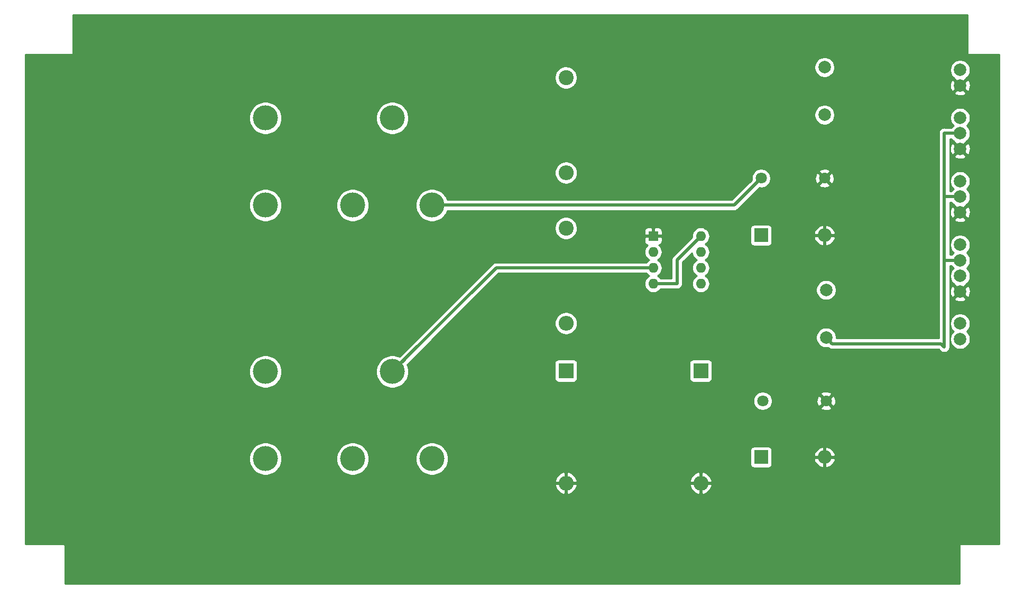
<source format=gbr>
G04 #@! TF.GenerationSoftware,KiCad,Pcbnew,(5.1.4)-1*
G04 #@! TF.CreationDate,2019-09-08T23:44:08+01:00*
G04 #@! TF.ProjectId,lightsBoard,6c696768-7473-4426-9f61-72642e6b6963,rev?*
G04 #@! TF.SameCoordinates,Original*
G04 #@! TF.FileFunction,Copper,L2,Bot*
G04 #@! TF.FilePolarity,Positive*
%FSLAX46Y46*%
G04 Gerber Fmt 4.6, Leading zero omitted, Abs format (unit mm)*
G04 Created by KiCad (PCBNEW (5.1.4)-1) date 2019-09-08 23:44:08*
%MOMM*%
%LPD*%
G04 APERTURE LIST*
%ADD10R,2.400000X2.400000*%
%ADD11O,2.400000X2.400000*%
%ADD12O,2.200000X2.200000*%
%ADD13R,2.200000X2.200000*%
%ADD14C,2.000000*%
%ADD15C,2.400000*%
%ADD16R,1.600000X1.600000*%
%ADD17O,1.600000X1.600000*%
%ADD18C,4.000500*%
%ADD19C,1.800000*%
%ADD20C,0.500000*%
%ADD21C,0.254000*%
G04 APERTURE END LIST*
D10*
X143091000Y-106830000D03*
D11*
X143091000Y-124830000D03*
D10*
X164681000Y-106830000D03*
D11*
X164681000Y-124830000D03*
D12*
X184493000Y-85113000D03*
D13*
X174333000Y-85113000D03*
X174333000Y-120673000D03*
D12*
X184493000Y-120673000D03*
D14*
X206210000Y-61110000D03*
X206210000Y-58610000D03*
X206210000Y-71270000D03*
X206210000Y-68770000D03*
X206210000Y-66270000D03*
X206210000Y-76430000D03*
X206210000Y-78930000D03*
X206210000Y-81430000D03*
X206210000Y-94130000D03*
X206210000Y-91630000D03*
X206210000Y-89130000D03*
X206210000Y-86630000D03*
X206210000Y-99250000D03*
X206210000Y-101750000D03*
D11*
X143091000Y-75080000D03*
D15*
X143091000Y-59840000D03*
X143091000Y-83970000D03*
D11*
X143091000Y-99210000D03*
D16*
X157061000Y-85240000D03*
D17*
X164681000Y-92860000D03*
X157061000Y-87780000D03*
X164681000Y-90320000D03*
X157061000Y-90320000D03*
X164681000Y-87780000D03*
X157061000Y-92860000D03*
X164681000Y-85240000D03*
D18*
X94958000Y-66317000D03*
X115278000Y-66317000D03*
X94958000Y-80287000D03*
X108928000Y-80287000D03*
X121628000Y-80287000D03*
X94958000Y-106957000D03*
X115278000Y-106957000D03*
X94958000Y-120927000D03*
X108928000Y-120927000D03*
X121628000Y-120927000D03*
D14*
X184493000Y-58189000D03*
X184493000Y-65809000D03*
D19*
X184493000Y-75969000D03*
X174333000Y-75969000D03*
X174587000Y-111656000D03*
X184747000Y-111656000D03*
D14*
X184747000Y-101496000D03*
X184747000Y-93876000D03*
D20*
X174333000Y-75969000D02*
X170142000Y-80160000D01*
X170015000Y-80287000D02*
X170142000Y-80160000D01*
X121628000Y-80287000D02*
X170015000Y-80287000D01*
X203670000Y-103020000D02*
X203670000Y-89050000D01*
X203750000Y-89130000D02*
X206210000Y-89130000D01*
X203670000Y-89050000D02*
X203750000Y-89130000D01*
X203670000Y-89050000D02*
X203670000Y-78890000D01*
X203710000Y-78930000D02*
X206210000Y-78930000D01*
X203670000Y-78890000D02*
X203710000Y-78930000D01*
X203670000Y-78890000D02*
X203670000Y-68730000D01*
X203710000Y-68770000D02*
X206210000Y-68770000D01*
X203670000Y-68730000D02*
X203710000Y-68770000D01*
X203145999Y-102495999D02*
X203670000Y-103020000D01*
X185746999Y-102495999D02*
X203145999Y-102495999D01*
X184747000Y-101496000D02*
X185746999Y-102495999D01*
X157061000Y-92860000D02*
X160871000Y-92860000D01*
X160871000Y-89050000D02*
X164681000Y-85240000D01*
X160871000Y-92860000D02*
X160871000Y-89050000D01*
X117278249Y-104956751D02*
X115278000Y-106957000D01*
X131915000Y-90320000D02*
X157061000Y-90320000D01*
X115278000Y-106957000D02*
X131915000Y-90320000D01*
D21*
G36*
X207353000Y-56030000D02*
G01*
X207355440Y-56054776D01*
X207362667Y-56078601D01*
X207374403Y-56100557D01*
X207390197Y-56119803D01*
X207409443Y-56135597D01*
X207431399Y-56147333D01*
X207455224Y-56154560D01*
X207480000Y-56157000D01*
X212433000Y-56157000D01*
X212433000Y-134643000D01*
X206210000Y-134643000D01*
X206185224Y-134645440D01*
X206161399Y-134652667D01*
X206139443Y-134664403D01*
X206120197Y-134680197D01*
X206104403Y-134699443D01*
X206092667Y-134721399D01*
X206085440Y-134745224D01*
X206083000Y-134770000D01*
X206083000Y-140993000D01*
X62827000Y-140993000D01*
X62827000Y-134770000D01*
X62824560Y-134745224D01*
X62817333Y-134721399D01*
X62805597Y-134699443D01*
X62789803Y-134680197D01*
X62770557Y-134664403D01*
X62748601Y-134652667D01*
X62724776Y-134645440D01*
X62700000Y-134643000D01*
X56477000Y-134643000D01*
X56477000Y-125241806D01*
X141302801Y-125241806D01*
X141417500Y-125582754D01*
X141596511Y-125894774D01*
X141832954Y-126165875D01*
X142117743Y-126385639D01*
X142439934Y-126545621D01*
X142679195Y-126618195D01*
X142964000Y-126501432D01*
X142964000Y-124957000D01*
X143218000Y-124957000D01*
X143218000Y-126501432D01*
X143502805Y-126618195D01*
X143742066Y-126545621D01*
X144064257Y-126385639D01*
X144349046Y-126165875D01*
X144585489Y-125894774D01*
X144764500Y-125582754D01*
X144879199Y-125241806D01*
X162892801Y-125241806D01*
X163007500Y-125582754D01*
X163186511Y-125894774D01*
X163422954Y-126165875D01*
X163707743Y-126385639D01*
X164029934Y-126545621D01*
X164269195Y-126618195D01*
X164554000Y-126501432D01*
X164554000Y-124957000D01*
X164808000Y-124957000D01*
X164808000Y-126501432D01*
X165092805Y-126618195D01*
X165332066Y-126545621D01*
X165654257Y-126385639D01*
X165939046Y-126165875D01*
X166175489Y-125894774D01*
X166354500Y-125582754D01*
X166469199Y-125241806D01*
X166352854Y-124957000D01*
X164808000Y-124957000D01*
X164554000Y-124957000D01*
X163009146Y-124957000D01*
X162892801Y-125241806D01*
X144879199Y-125241806D01*
X144762854Y-124957000D01*
X143218000Y-124957000D01*
X142964000Y-124957000D01*
X141419146Y-124957000D01*
X141302801Y-125241806D01*
X56477000Y-125241806D01*
X56477000Y-124418194D01*
X141302801Y-124418194D01*
X141419146Y-124703000D01*
X142964000Y-124703000D01*
X142964000Y-123158568D01*
X143218000Y-123158568D01*
X143218000Y-124703000D01*
X144762854Y-124703000D01*
X144879199Y-124418194D01*
X162892801Y-124418194D01*
X163009146Y-124703000D01*
X164554000Y-124703000D01*
X164554000Y-123158568D01*
X164808000Y-123158568D01*
X164808000Y-124703000D01*
X166352854Y-124703000D01*
X166469199Y-124418194D01*
X166354500Y-124077246D01*
X166175489Y-123765226D01*
X165939046Y-123494125D01*
X165654257Y-123274361D01*
X165332066Y-123114379D01*
X165092805Y-123041805D01*
X164808000Y-123158568D01*
X164554000Y-123158568D01*
X164269195Y-123041805D01*
X164029934Y-123114379D01*
X163707743Y-123274361D01*
X163422954Y-123494125D01*
X163186511Y-123765226D01*
X163007500Y-124077246D01*
X162892801Y-124418194D01*
X144879199Y-124418194D01*
X144764500Y-124077246D01*
X144585489Y-123765226D01*
X144349046Y-123494125D01*
X144064257Y-123274361D01*
X143742066Y-123114379D01*
X143502805Y-123041805D01*
X143218000Y-123158568D01*
X142964000Y-123158568D01*
X142679195Y-123041805D01*
X142439934Y-123114379D01*
X142117743Y-123274361D01*
X141832954Y-123494125D01*
X141596511Y-123765226D01*
X141417500Y-124077246D01*
X141302801Y-124418194D01*
X56477000Y-124418194D01*
X56477000Y-120667451D01*
X92322750Y-120667451D01*
X92322750Y-121186549D01*
X92424021Y-121695674D01*
X92622672Y-122175259D01*
X92911068Y-122606874D01*
X93278126Y-122973932D01*
X93709741Y-123262328D01*
X94189326Y-123460979D01*
X94698451Y-123562250D01*
X95217549Y-123562250D01*
X95726674Y-123460979D01*
X96206259Y-123262328D01*
X96637874Y-122973932D01*
X97004932Y-122606874D01*
X97293328Y-122175259D01*
X97491979Y-121695674D01*
X97593250Y-121186549D01*
X97593250Y-120667451D01*
X106292750Y-120667451D01*
X106292750Y-121186549D01*
X106394021Y-121695674D01*
X106592672Y-122175259D01*
X106881068Y-122606874D01*
X107248126Y-122973932D01*
X107679741Y-123262328D01*
X108159326Y-123460979D01*
X108668451Y-123562250D01*
X109187549Y-123562250D01*
X109696674Y-123460979D01*
X110176259Y-123262328D01*
X110607874Y-122973932D01*
X110974932Y-122606874D01*
X111263328Y-122175259D01*
X111461979Y-121695674D01*
X111563250Y-121186549D01*
X111563250Y-120667451D01*
X118992750Y-120667451D01*
X118992750Y-121186549D01*
X119094021Y-121695674D01*
X119292672Y-122175259D01*
X119581068Y-122606874D01*
X119948126Y-122973932D01*
X120379741Y-123262328D01*
X120859326Y-123460979D01*
X121368451Y-123562250D01*
X121887549Y-123562250D01*
X122396674Y-123460979D01*
X122876259Y-123262328D01*
X123307874Y-122973932D01*
X123674932Y-122606874D01*
X123963328Y-122175259D01*
X124161979Y-121695674D01*
X124263250Y-121186549D01*
X124263250Y-120667451D01*
X124161979Y-120158326D01*
X123963328Y-119678741D01*
X123892675Y-119573000D01*
X172594928Y-119573000D01*
X172594928Y-121773000D01*
X172607188Y-121897482D01*
X172643498Y-122017180D01*
X172702463Y-122127494D01*
X172781815Y-122224185D01*
X172878506Y-122303537D01*
X172988820Y-122362502D01*
X173108518Y-122398812D01*
X173233000Y-122411072D01*
X175433000Y-122411072D01*
X175557482Y-122398812D01*
X175677180Y-122362502D01*
X175787494Y-122303537D01*
X175884185Y-122224185D01*
X175963537Y-122127494D01*
X176022502Y-122017180D01*
X176058812Y-121897482D01*
X176071072Y-121773000D01*
X176071072Y-121069122D01*
X182803825Y-121069122D01*
X182868425Y-121282094D01*
X183018469Y-121587329D01*
X183225178Y-121857427D01*
X183480609Y-122082008D01*
X183774946Y-122252442D01*
X184096877Y-122362179D01*
X184366000Y-122244600D01*
X184366000Y-120800000D01*
X184620000Y-120800000D01*
X184620000Y-122244600D01*
X184889123Y-122362179D01*
X185211054Y-122252442D01*
X185505391Y-122082008D01*
X185760822Y-121857427D01*
X185967531Y-121587329D01*
X186117575Y-121282094D01*
X186182175Y-121069122D01*
X186064125Y-120800000D01*
X184620000Y-120800000D01*
X184366000Y-120800000D01*
X182921875Y-120800000D01*
X182803825Y-121069122D01*
X176071072Y-121069122D01*
X176071072Y-120276878D01*
X182803825Y-120276878D01*
X182921875Y-120546000D01*
X184366000Y-120546000D01*
X184366000Y-119101400D01*
X184620000Y-119101400D01*
X184620000Y-120546000D01*
X186064125Y-120546000D01*
X186182175Y-120276878D01*
X186117575Y-120063906D01*
X185967531Y-119758671D01*
X185760822Y-119488573D01*
X185505391Y-119263992D01*
X185211054Y-119093558D01*
X184889123Y-118983821D01*
X184620000Y-119101400D01*
X184366000Y-119101400D01*
X184096877Y-118983821D01*
X183774946Y-119093558D01*
X183480609Y-119263992D01*
X183225178Y-119488573D01*
X183018469Y-119758671D01*
X182868425Y-120063906D01*
X182803825Y-120276878D01*
X176071072Y-120276878D01*
X176071072Y-119573000D01*
X176058812Y-119448518D01*
X176022502Y-119328820D01*
X175963537Y-119218506D01*
X175884185Y-119121815D01*
X175787494Y-119042463D01*
X175677180Y-118983498D01*
X175557482Y-118947188D01*
X175433000Y-118934928D01*
X173233000Y-118934928D01*
X173108518Y-118947188D01*
X172988820Y-118983498D01*
X172878506Y-119042463D01*
X172781815Y-119121815D01*
X172702463Y-119218506D01*
X172643498Y-119328820D01*
X172607188Y-119448518D01*
X172594928Y-119573000D01*
X123892675Y-119573000D01*
X123674932Y-119247126D01*
X123307874Y-118880068D01*
X122876259Y-118591672D01*
X122396674Y-118393021D01*
X121887549Y-118291750D01*
X121368451Y-118291750D01*
X120859326Y-118393021D01*
X120379741Y-118591672D01*
X119948126Y-118880068D01*
X119581068Y-119247126D01*
X119292672Y-119678741D01*
X119094021Y-120158326D01*
X118992750Y-120667451D01*
X111563250Y-120667451D01*
X111461979Y-120158326D01*
X111263328Y-119678741D01*
X110974932Y-119247126D01*
X110607874Y-118880068D01*
X110176259Y-118591672D01*
X109696674Y-118393021D01*
X109187549Y-118291750D01*
X108668451Y-118291750D01*
X108159326Y-118393021D01*
X107679741Y-118591672D01*
X107248126Y-118880068D01*
X106881068Y-119247126D01*
X106592672Y-119678741D01*
X106394021Y-120158326D01*
X106292750Y-120667451D01*
X97593250Y-120667451D01*
X97491979Y-120158326D01*
X97293328Y-119678741D01*
X97004932Y-119247126D01*
X96637874Y-118880068D01*
X96206259Y-118591672D01*
X95726674Y-118393021D01*
X95217549Y-118291750D01*
X94698451Y-118291750D01*
X94189326Y-118393021D01*
X93709741Y-118591672D01*
X93278126Y-118880068D01*
X92911068Y-119247126D01*
X92622672Y-119678741D01*
X92424021Y-120158326D01*
X92322750Y-120667451D01*
X56477000Y-120667451D01*
X56477000Y-111504816D01*
X173052000Y-111504816D01*
X173052000Y-111807184D01*
X173110989Y-112103743D01*
X173226701Y-112383095D01*
X173394688Y-112634505D01*
X173608495Y-112848312D01*
X173859905Y-113016299D01*
X174139257Y-113132011D01*
X174435816Y-113191000D01*
X174738184Y-113191000D01*
X175034743Y-113132011D01*
X175314095Y-113016299D01*
X175565505Y-112848312D01*
X175693737Y-112720080D01*
X183862525Y-112720080D01*
X183946208Y-112974261D01*
X184218775Y-113105158D01*
X184511642Y-113180365D01*
X184813553Y-113196991D01*
X185112907Y-113154397D01*
X185398199Y-113054222D01*
X185547792Y-112974261D01*
X185631475Y-112720080D01*
X184747000Y-111835605D01*
X183862525Y-112720080D01*
X175693737Y-112720080D01*
X175779312Y-112634505D01*
X175947299Y-112383095D01*
X176063011Y-112103743D01*
X176122000Y-111807184D01*
X176122000Y-111722553D01*
X183206009Y-111722553D01*
X183248603Y-112021907D01*
X183348778Y-112307199D01*
X183428739Y-112456792D01*
X183682920Y-112540475D01*
X184567395Y-111656000D01*
X184926605Y-111656000D01*
X185811080Y-112540475D01*
X186065261Y-112456792D01*
X186196158Y-112184225D01*
X186271365Y-111891358D01*
X186287991Y-111589447D01*
X186245397Y-111290093D01*
X186145222Y-111004801D01*
X186065261Y-110855208D01*
X185811080Y-110771525D01*
X184926605Y-111656000D01*
X184567395Y-111656000D01*
X183682920Y-110771525D01*
X183428739Y-110855208D01*
X183297842Y-111127775D01*
X183222635Y-111420642D01*
X183206009Y-111722553D01*
X176122000Y-111722553D01*
X176122000Y-111504816D01*
X176063011Y-111208257D01*
X175947299Y-110928905D01*
X175779312Y-110677495D01*
X175693737Y-110591920D01*
X183862525Y-110591920D01*
X184747000Y-111476395D01*
X185631475Y-110591920D01*
X185547792Y-110337739D01*
X185275225Y-110206842D01*
X184982358Y-110131635D01*
X184680447Y-110115009D01*
X184381093Y-110157603D01*
X184095801Y-110257778D01*
X183946208Y-110337739D01*
X183862525Y-110591920D01*
X175693737Y-110591920D01*
X175565505Y-110463688D01*
X175314095Y-110295701D01*
X175034743Y-110179989D01*
X174738184Y-110121000D01*
X174435816Y-110121000D01*
X174139257Y-110179989D01*
X173859905Y-110295701D01*
X173608495Y-110463688D01*
X173394688Y-110677495D01*
X173226701Y-110928905D01*
X173110989Y-111208257D01*
X173052000Y-111504816D01*
X56477000Y-111504816D01*
X56477000Y-106697451D01*
X92322750Y-106697451D01*
X92322750Y-107216549D01*
X92424021Y-107725674D01*
X92622672Y-108205259D01*
X92911068Y-108636874D01*
X93278126Y-109003932D01*
X93709741Y-109292328D01*
X94189326Y-109490979D01*
X94698451Y-109592250D01*
X95217549Y-109592250D01*
X95726674Y-109490979D01*
X96206259Y-109292328D01*
X96637874Y-109003932D01*
X97004932Y-108636874D01*
X97293328Y-108205259D01*
X97491979Y-107725674D01*
X97593250Y-107216549D01*
X97593250Y-106697451D01*
X112642750Y-106697451D01*
X112642750Y-107216549D01*
X112744021Y-107725674D01*
X112942672Y-108205259D01*
X113231068Y-108636874D01*
X113598126Y-109003932D01*
X114029741Y-109292328D01*
X114509326Y-109490979D01*
X115018451Y-109592250D01*
X115537549Y-109592250D01*
X116046674Y-109490979D01*
X116526259Y-109292328D01*
X116957874Y-109003932D01*
X117324932Y-108636874D01*
X117613328Y-108205259D01*
X117811979Y-107725674D01*
X117913250Y-107216549D01*
X117913250Y-106697451D01*
X117811979Y-106188326D01*
X117661512Y-105825067D01*
X117856579Y-105630000D01*
X141252928Y-105630000D01*
X141252928Y-108030000D01*
X141265188Y-108154482D01*
X141301498Y-108274180D01*
X141360463Y-108384494D01*
X141439815Y-108481185D01*
X141536506Y-108560537D01*
X141646820Y-108619502D01*
X141766518Y-108655812D01*
X141891000Y-108668072D01*
X144291000Y-108668072D01*
X144415482Y-108655812D01*
X144535180Y-108619502D01*
X144645494Y-108560537D01*
X144742185Y-108481185D01*
X144821537Y-108384494D01*
X144880502Y-108274180D01*
X144916812Y-108154482D01*
X144929072Y-108030000D01*
X144929072Y-105630000D01*
X162842928Y-105630000D01*
X162842928Y-108030000D01*
X162855188Y-108154482D01*
X162891498Y-108274180D01*
X162950463Y-108384494D01*
X163029815Y-108481185D01*
X163126506Y-108560537D01*
X163236820Y-108619502D01*
X163356518Y-108655812D01*
X163481000Y-108668072D01*
X165881000Y-108668072D01*
X166005482Y-108655812D01*
X166125180Y-108619502D01*
X166235494Y-108560537D01*
X166332185Y-108481185D01*
X166411537Y-108384494D01*
X166470502Y-108274180D01*
X166506812Y-108154482D01*
X166519072Y-108030000D01*
X166519072Y-105630000D01*
X166506812Y-105505518D01*
X166470502Y-105385820D01*
X166411537Y-105275506D01*
X166332185Y-105178815D01*
X166235494Y-105099463D01*
X166125180Y-105040498D01*
X166005482Y-105004188D01*
X165881000Y-104991928D01*
X163481000Y-104991928D01*
X163356518Y-105004188D01*
X163236820Y-105040498D01*
X163126506Y-105099463D01*
X163029815Y-105178815D01*
X162950463Y-105275506D01*
X162891498Y-105385820D01*
X162855188Y-105505518D01*
X162842928Y-105630000D01*
X144929072Y-105630000D01*
X144916812Y-105505518D01*
X144880502Y-105385820D01*
X144821537Y-105275506D01*
X144742185Y-105178815D01*
X144645494Y-105099463D01*
X144535180Y-105040498D01*
X144415482Y-105004188D01*
X144291000Y-104991928D01*
X141891000Y-104991928D01*
X141766518Y-105004188D01*
X141646820Y-105040498D01*
X141536506Y-105099463D01*
X141439815Y-105178815D01*
X141360463Y-105275506D01*
X141301498Y-105385820D01*
X141265188Y-105505518D01*
X141252928Y-105630000D01*
X117856579Y-105630000D01*
X117934781Y-105551798D01*
X117934785Y-105551793D01*
X122151611Y-101334967D01*
X183112000Y-101334967D01*
X183112000Y-101657033D01*
X183174832Y-101972912D01*
X183298082Y-102270463D01*
X183477013Y-102538252D01*
X183704748Y-102765987D01*
X183972537Y-102944918D01*
X184270088Y-103068168D01*
X184585967Y-103131000D01*
X184908033Y-103131000D01*
X185093054Y-103094197D01*
X185118182Y-103124816D01*
X185151950Y-103152529D01*
X185151952Y-103152531D01*
X185201861Y-103193490D01*
X185252940Y-103235410D01*
X185406686Y-103317588D01*
X185573509Y-103368194D01*
X185703522Y-103380999D01*
X185703532Y-103380999D01*
X185746998Y-103385280D01*
X185790464Y-103380999D01*
X202779421Y-103380999D01*
X203013467Y-103615045D01*
X203041183Y-103648817D01*
X203175941Y-103759411D01*
X203329687Y-103841589D01*
X203496510Y-103892195D01*
X203670000Y-103909282D01*
X203843489Y-103892195D01*
X204010312Y-103841589D01*
X204164058Y-103759411D01*
X204298817Y-103648817D01*
X204409411Y-103514059D01*
X204491589Y-103360313D01*
X204542195Y-103193490D01*
X204555000Y-103063477D01*
X204555000Y-103063465D01*
X204559281Y-103019999D01*
X204555000Y-102976533D01*
X204555000Y-99088967D01*
X204575000Y-99088967D01*
X204575000Y-99411033D01*
X204637832Y-99726912D01*
X204761082Y-100024463D01*
X204940013Y-100292252D01*
X205147761Y-100500000D01*
X204940013Y-100707748D01*
X204761082Y-100975537D01*
X204637832Y-101273088D01*
X204575000Y-101588967D01*
X204575000Y-101911033D01*
X204637832Y-102226912D01*
X204761082Y-102524463D01*
X204940013Y-102792252D01*
X205167748Y-103019987D01*
X205435537Y-103198918D01*
X205733088Y-103322168D01*
X206048967Y-103385000D01*
X206371033Y-103385000D01*
X206686912Y-103322168D01*
X206984463Y-103198918D01*
X207252252Y-103019987D01*
X207479987Y-102792252D01*
X207658918Y-102524463D01*
X207782168Y-102226912D01*
X207845000Y-101911033D01*
X207845000Y-101588967D01*
X207782168Y-101273088D01*
X207658918Y-100975537D01*
X207479987Y-100707748D01*
X207272239Y-100500000D01*
X207479987Y-100292252D01*
X207658918Y-100024463D01*
X207782168Y-99726912D01*
X207845000Y-99411033D01*
X207845000Y-99088967D01*
X207782168Y-98773088D01*
X207658918Y-98475537D01*
X207479987Y-98207748D01*
X207252252Y-97980013D01*
X206984463Y-97801082D01*
X206686912Y-97677832D01*
X206371033Y-97615000D01*
X206048967Y-97615000D01*
X205733088Y-97677832D01*
X205435537Y-97801082D01*
X205167748Y-97980013D01*
X204940013Y-98207748D01*
X204761082Y-98475537D01*
X204637832Y-98773088D01*
X204575000Y-99088967D01*
X204555000Y-99088967D01*
X204555000Y-95265413D01*
X205254192Y-95265413D01*
X205349956Y-95529814D01*
X205639571Y-95670704D01*
X205951108Y-95752384D01*
X206272595Y-95771718D01*
X206591675Y-95727961D01*
X206896088Y-95622795D01*
X207070044Y-95529814D01*
X207165808Y-95265413D01*
X206210000Y-94309605D01*
X205254192Y-95265413D01*
X204555000Y-95265413D01*
X204555000Y-94192595D01*
X204568282Y-94192595D01*
X204612039Y-94511675D01*
X204717205Y-94816088D01*
X204810186Y-94990044D01*
X205074587Y-95085808D01*
X206030395Y-94130000D01*
X206389605Y-94130000D01*
X207345413Y-95085808D01*
X207609814Y-94990044D01*
X207750704Y-94700429D01*
X207832384Y-94388892D01*
X207851718Y-94067405D01*
X207807961Y-93748325D01*
X207702795Y-93443912D01*
X207609814Y-93269956D01*
X207345413Y-93174192D01*
X206389605Y-94130000D01*
X206030395Y-94130000D01*
X205074587Y-93174192D01*
X204810186Y-93269956D01*
X204669296Y-93559571D01*
X204587616Y-93871108D01*
X204568282Y-94192595D01*
X204555000Y-94192595D01*
X204555000Y-90015000D01*
X204834941Y-90015000D01*
X204940013Y-90172252D01*
X205147761Y-90380000D01*
X204940013Y-90587748D01*
X204761082Y-90855537D01*
X204637832Y-91153088D01*
X204575000Y-91468967D01*
X204575000Y-91791033D01*
X204637832Y-92106912D01*
X204761082Y-92404463D01*
X204940013Y-92672252D01*
X205167748Y-92899987D01*
X205264935Y-92964925D01*
X205254192Y-92994587D01*
X206210000Y-93950395D01*
X207165808Y-92994587D01*
X207155065Y-92964925D01*
X207252252Y-92899987D01*
X207479987Y-92672252D01*
X207658918Y-92404463D01*
X207782168Y-92106912D01*
X207845000Y-91791033D01*
X207845000Y-91468967D01*
X207782168Y-91153088D01*
X207658918Y-90855537D01*
X207479987Y-90587748D01*
X207272239Y-90380000D01*
X207479987Y-90172252D01*
X207658918Y-89904463D01*
X207782168Y-89606912D01*
X207845000Y-89291033D01*
X207845000Y-88968967D01*
X207782168Y-88653088D01*
X207658918Y-88355537D01*
X207479987Y-88087748D01*
X207272239Y-87880000D01*
X207479987Y-87672252D01*
X207658918Y-87404463D01*
X207782168Y-87106912D01*
X207845000Y-86791033D01*
X207845000Y-86468967D01*
X207782168Y-86153088D01*
X207658918Y-85855537D01*
X207479987Y-85587748D01*
X207252252Y-85360013D01*
X206984463Y-85181082D01*
X206686912Y-85057832D01*
X206371033Y-84995000D01*
X206048967Y-84995000D01*
X205733088Y-85057832D01*
X205435537Y-85181082D01*
X205167748Y-85360013D01*
X204940013Y-85587748D01*
X204761082Y-85855537D01*
X204637832Y-86153088D01*
X204575000Y-86468967D01*
X204575000Y-86791033D01*
X204637832Y-87106912D01*
X204761082Y-87404463D01*
X204940013Y-87672252D01*
X205147761Y-87880000D01*
X204940013Y-88087748D01*
X204834941Y-88245000D01*
X204555000Y-88245000D01*
X204555000Y-82565413D01*
X205254192Y-82565413D01*
X205349956Y-82829814D01*
X205639571Y-82970704D01*
X205951108Y-83052384D01*
X206272595Y-83071718D01*
X206591675Y-83027961D01*
X206896088Y-82922795D01*
X207070044Y-82829814D01*
X207165808Y-82565413D01*
X206210000Y-81609605D01*
X205254192Y-82565413D01*
X204555000Y-82565413D01*
X204555000Y-81492595D01*
X204568282Y-81492595D01*
X204612039Y-81811675D01*
X204717205Y-82116088D01*
X204810186Y-82290044D01*
X205074587Y-82385808D01*
X206030395Y-81430000D01*
X206389605Y-81430000D01*
X207345413Y-82385808D01*
X207609814Y-82290044D01*
X207750704Y-82000429D01*
X207832384Y-81688892D01*
X207851718Y-81367405D01*
X207807961Y-81048325D01*
X207702795Y-80743912D01*
X207609814Y-80569956D01*
X207345413Y-80474192D01*
X206389605Y-81430000D01*
X206030395Y-81430000D01*
X205074587Y-80474192D01*
X204810186Y-80569956D01*
X204669296Y-80859571D01*
X204587616Y-81171108D01*
X204568282Y-81492595D01*
X204555000Y-81492595D01*
X204555000Y-79815000D01*
X204834941Y-79815000D01*
X204940013Y-79972252D01*
X205167748Y-80199987D01*
X205264935Y-80264925D01*
X205254192Y-80294587D01*
X206210000Y-81250395D01*
X207165808Y-80294587D01*
X207155065Y-80264925D01*
X207252252Y-80199987D01*
X207479987Y-79972252D01*
X207658918Y-79704463D01*
X207782168Y-79406912D01*
X207845000Y-79091033D01*
X207845000Y-78768967D01*
X207782168Y-78453088D01*
X207658918Y-78155537D01*
X207479987Y-77887748D01*
X207272239Y-77680000D01*
X207479987Y-77472252D01*
X207658918Y-77204463D01*
X207782168Y-76906912D01*
X207845000Y-76591033D01*
X207845000Y-76268967D01*
X207782168Y-75953088D01*
X207658918Y-75655537D01*
X207479987Y-75387748D01*
X207252252Y-75160013D01*
X206984463Y-74981082D01*
X206686912Y-74857832D01*
X206371033Y-74795000D01*
X206048967Y-74795000D01*
X205733088Y-74857832D01*
X205435537Y-74981082D01*
X205167748Y-75160013D01*
X204940013Y-75387748D01*
X204761082Y-75655537D01*
X204637832Y-75953088D01*
X204575000Y-76268967D01*
X204575000Y-76591033D01*
X204637832Y-76906912D01*
X204761082Y-77204463D01*
X204940013Y-77472252D01*
X205147761Y-77680000D01*
X204940013Y-77887748D01*
X204834941Y-78045000D01*
X204555000Y-78045000D01*
X204555000Y-72405413D01*
X205254192Y-72405413D01*
X205349956Y-72669814D01*
X205639571Y-72810704D01*
X205951108Y-72892384D01*
X206272595Y-72911718D01*
X206591675Y-72867961D01*
X206896088Y-72762795D01*
X207070044Y-72669814D01*
X207165808Y-72405413D01*
X206210000Y-71449605D01*
X205254192Y-72405413D01*
X204555000Y-72405413D01*
X204555000Y-71332595D01*
X204568282Y-71332595D01*
X204612039Y-71651675D01*
X204717205Y-71956088D01*
X204810186Y-72130044D01*
X205074587Y-72225808D01*
X206030395Y-71270000D01*
X206389605Y-71270000D01*
X207345413Y-72225808D01*
X207609814Y-72130044D01*
X207750704Y-71840429D01*
X207832384Y-71528892D01*
X207851718Y-71207405D01*
X207807961Y-70888325D01*
X207702795Y-70583912D01*
X207609814Y-70409956D01*
X207345413Y-70314192D01*
X206389605Y-71270000D01*
X206030395Y-71270000D01*
X205074587Y-70314192D01*
X204810186Y-70409956D01*
X204669296Y-70699571D01*
X204587616Y-71011108D01*
X204568282Y-71332595D01*
X204555000Y-71332595D01*
X204555000Y-69655000D01*
X204834941Y-69655000D01*
X204940013Y-69812252D01*
X205167748Y-70039987D01*
X205264935Y-70104925D01*
X205254192Y-70134587D01*
X206210000Y-71090395D01*
X207165808Y-70134587D01*
X207155065Y-70104925D01*
X207252252Y-70039987D01*
X207479987Y-69812252D01*
X207658918Y-69544463D01*
X207782168Y-69246912D01*
X207845000Y-68931033D01*
X207845000Y-68608967D01*
X207782168Y-68293088D01*
X207658918Y-67995537D01*
X207479987Y-67727748D01*
X207272239Y-67520000D01*
X207479987Y-67312252D01*
X207658918Y-67044463D01*
X207782168Y-66746912D01*
X207845000Y-66431033D01*
X207845000Y-66108967D01*
X207782168Y-65793088D01*
X207658918Y-65495537D01*
X207479987Y-65227748D01*
X207252252Y-65000013D01*
X206984463Y-64821082D01*
X206686912Y-64697832D01*
X206371033Y-64635000D01*
X206048967Y-64635000D01*
X205733088Y-64697832D01*
X205435537Y-64821082D01*
X205167748Y-65000013D01*
X204940013Y-65227748D01*
X204761082Y-65495537D01*
X204637832Y-65793088D01*
X204575000Y-66108967D01*
X204575000Y-66431033D01*
X204637832Y-66746912D01*
X204761082Y-67044463D01*
X204940013Y-67312252D01*
X205147761Y-67520000D01*
X204940013Y-67727748D01*
X204834941Y-67885000D01*
X203933138Y-67885000D01*
X203843490Y-67857805D01*
X203670000Y-67840718D01*
X203512065Y-67856273D01*
X203496510Y-67857805D01*
X203445904Y-67873157D01*
X203329688Y-67908411D01*
X203175942Y-67990589D01*
X203175940Y-67990590D01*
X203175941Y-67990590D01*
X203041183Y-68101183D01*
X202930590Y-68235941D01*
X202848412Y-68389687D01*
X202797805Y-68556510D01*
X202780719Y-68730000D01*
X202785001Y-68773479D01*
X202785000Y-78846531D01*
X202780719Y-78890000D01*
X202785000Y-78933469D01*
X202785000Y-78933476D01*
X202785001Y-78933486D01*
X202785000Y-89006531D01*
X202780719Y-89050000D01*
X202785000Y-89093469D01*
X202785000Y-89093476D01*
X202785001Y-89093486D01*
X202785000Y-101610999D01*
X186382000Y-101610999D01*
X186382000Y-101334967D01*
X186319168Y-101019088D01*
X186195918Y-100721537D01*
X186016987Y-100453748D01*
X185789252Y-100226013D01*
X185521463Y-100047082D01*
X185223912Y-99923832D01*
X184908033Y-99861000D01*
X184585967Y-99861000D01*
X184270088Y-99923832D01*
X183972537Y-100047082D01*
X183704748Y-100226013D01*
X183477013Y-100453748D01*
X183298082Y-100721537D01*
X183174832Y-101019088D01*
X183112000Y-101334967D01*
X122151611Y-101334967D01*
X124276578Y-99210000D01*
X141247122Y-99210000D01*
X141282552Y-99569723D01*
X141387479Y-99915622D01*
X141557871Y-100234404D01*
X141787181Y-100513819D01*
X142066596Y-100743129D01*
X142385378Y-100913521D01*
X142731277Y-101018448D01*
X143000861Y-101045000D01*
X143181139Y-101045000D01*
X143450723Y-101018448D01*
X143796622Y-100913521D01*
X144115404Y-100743129D01*
X144394819Y-100513819D01*
X144624129Y-100234404D01*
X144794521Y-99915622D01*
X144899448Y-99569723D01*
X144934878Y-99210000D01*
X144899448Y-98850277D01*
X144794521Y-98504378D01*
X144624129Y-98185596D01*
X144394819Y-97906181D01*
X144115404Y-97676871D01*
X143796622Y-97506479D01*
X143450723Y-97401552D01*
X143181139Y-97375000D01*
X143000861Y-97375000D01*
X142731277Y-97401552D01*
X142385378Y-97506479D01*
X142066596Y-97676871D01*
X141787181Y-97906181D01*
X141557871Y-98185596D01*
X141387479Y-98504378D01*
X141282552Y-98850277D01*
X141247122Y-99210000D01*
X124276578Y-99210000D01*
X132281579Y-91205000D01*
X155930922Y-91205000D01*
X156041392Y-91339608D01*
X156259899Y-91518932D01*
X156392858Y-91590000D01*
X156259899Y-91661068D01*
X156041392Y-91840392D01*
X155862068Y-92058899D01*
X155728818Y-92308192D01*
X155646764Y-92578691D01*
X155619057Y-92860000D01*
X155646764Y-93141309D01*
X155728818Y-93411808D01*
X155862068Y-93661101D01*
X156041392Y-93879608D01*
X156259899Y-94058932D01*
X156509192Y-94192182D01*
X156779691Y-94274236D01*
X156990508Y-94295000D01*
X157131492Y-94295000D01*
X157342309Y-94274236D01*
X157612808Y-94192182D01*
X157862101Y-94058932D01*
X158080608Y-93879608D01*
X158191078Y-93745000D01*
X160827523Y-93745000D01*
X160871000Y-93749282D01*
X160914476Y-93745000D01*
X160914477Y-93745000D01*
X161044490Y-93732195D01*
X161211313Y-93681589D01*
X161365059Y-93599411D01*
X161499817Y-93488817D01*
X161610411Y-93354059D01*
X161692589Y-93200313D01*
X161743195Y-93033490D01*
X161760282Y-92860000D01*
X161756000Y-92816523D01*
X161756000Y-89416578D01*
X163252822Y-87919756D01*
X163266764Y-88061309D01*
X163348818Y-88331808D01*
X163482068Y-88581101D01*
X163661392Y-88799608D01*
X163879899Y-88978932D01*
X164012858Y-89050000D01*
X163879899Y-89121068D01*
X163661392Y-89300392D01*
X163482068Y-89518899D01*
X163348818Y-89768192D01*
X163266764Y-90038691D01*
X163239057Y-90320000D01*
X163266764Y-90601309D01*
X163348818Y-90871808D01*
X163482068Y-91121101D01*
X163661392Y-91339608D01*
X163879899Y-91518932D01*
X164012858Y-91590000D01*
X163879899Y-91661068D01*
X163661392Y-91840392D01*
X163482068Y-92058899D01*
X163348818Y-92308192D01*
X163266764Y-92578691D01*
X163239057Y-92860000D01*
X163266764Y-93141309D01*
X163348818Y-93411808D01*
X163482068Y-93661101D01*
X163661392Y-93879608D01*
X163879899Y-94058932D01*
X164129192Y-94192182D01*
X164399691Y-94274236D01*
X164610508Y-94295000D01*
X164751492Y-94295000D01*
X164962309Y-94274236D01*
X165232808Y-94192182D01*
X165482101Y-94058932D01*
X165700608Y-93879608D01*
X165835725Y-93714967D01*
X183112000Y-93714967D01*
X183112000Y-94037033D01*
X183174832Y-94352912D01*
X183298082Y-94650463D01*
X183477013Y-94918252D01*
X183704748Y-95145987D01*
X183972537Y-95324918D01*
X184270088Y-95448168D01*
X184585967Y-95511000D01*
X184908033Y-95511000D01*
X185223912Y-95448168D01*
X185521463Y-95324918D01*
X185789252Y-95145987D01*
X186016987Y-94918252D01*
X186195918Y-94650463D01*
X186319168Y-94352912D01*
X186382000Y-94037033D01*
X186382000Y-93714967D01*
X186319168Y-93399088D01*
X186195918Y-93101537D01*
X186016987Y-92833748D01*
X185789252Y-92606013D01*
X185521463Y-92427082D01*
X185223912Y-92303832D01*
X184908033Y-92241000D01*
X184585967Y-92241000D01*
X184270088Y-92303832D01*
X183972537Y-92427082D01*
X183704748Y-92606013D01*
X183477013Y-92833748D01*
X183298082Y-93101537D01*
X183174832Y-93399088D01*
X183112000Y-93714967D01*
X165835725Y-93714967D01*
X165879932Y-93661101D01*
X166013182Y-93411808D01*
X166095236Y-93141309D01*
X166122943Y-92860000D01*
X166095236Y-92578691D01*
X166013182Y-92308192D01*
X165879932Y-92058899D01*
X165700608Y-91840392D01*
X165482101Y-91661068D01*
X165349142Y-91590000D01*
X165482101Y-91518932D01*
X165700608Y-91339608D01*
X165879932Y-91121101D01*
X166013182Y-90871808D01*
X166095236Y-90601309D01*
X166122943Y-90320000D01*
X166095236Y-90038691D01*
X166013182Y-89768192D01*
X165879932Y-89518899D01*
X165700608Y-89300392D01*
X165482101Y-89121068D01*
X165349142Y-89050000D01*
X165482101Y-88978932D01*
X165700608Y-88799608D01*
X165879932Y-88581101D01*
X166013182Y-88331808D01*
X166095236Y-88061309D01*
X166122943Y-87780000D01*
X166095236Y-87498691D01*
X166013182Y-87228192D01*
X165879932Y-86978899D01*
X165700608Y-86760392D01*
X165482101Y-86581068D01*
X165349142Y-86510000D01*
X165482101Y-86438932D01*
X165700608Y-86259608D01*
X165879932Y-86041101D01*
X166013182Y-85791808D01*
X166095236Y-85521309D01*
X166122943Y-85240000D01*
X166095236Y-84958691D01*
X166013182Y-84688192D01*
X165879932Y-84438899D01*
X165700608Y-84220392D01*
X165482101Y-84041068D01*
X165429590Y-84013000D01*
X172594928Y-84013000D01*
X172594928Y-86213000D01*
X172607188Y-86337482D01*
X172643498Y-86457180D01*
X172702463Y-86567494D01*
X172781815Y-86664185D01*
X172878506Y-86743537D01*
X172988820Y-86802502D01*
X173108518Y-86838812D01*
X173233000Y-86851072D01*
X175433000Y-86851072D01*
X175557482Y-86838812D01*
X175677180Y-86802502D01*
X175787494Y-86743537D01*
X175884185Y-86664185D01*
X175963537Y-86567494D01*
X176022502Y-86457180D01*
X176058812Y-86337482D01*
X176071072Y-86213000D01*
X176071072Y-85509122D01*
X182803825Y-85509122D01*
X182868425Y-85722094D01*
X183018469Y-86027329D01*
X183225178Y-86297427D01*
X183480609Y-86522008D01*
X183774946Y-86692442D01*
X184096877Y-86802179D01*
X184366000Y-86684600D01*
X184366000Y-85240000D01*
X184620000Y-85240000D01*
X184620000Y-86684600D01*
X184889123Y-86802179D01*
X185211054Y-86692442D01*
X185505391Y-86522008D01*
X185760822Y-86297427D01*
X185967531Y-86027329D01*
X186117575Y-85722094D01*
X186182175Y-85509122D01*
X186064125Y-85240000D01*
X184620000Y-85240000D01*
X184366000Y-85240000D01*
X182921875Y-85240000D01*
X182803825Y-85509122D01*
X176071072Y-85509122D01*
X176071072Y-84716878D01*
X182803825Y-84716878D01*
X182921875Y-84986000D01*
X184366000Y-84986000D01*
X184366000Y-83541400D01*
X184620000Y-83541400D01*
X184620000Y-84986000D01*
X186064125Y-84986000D01*
X186182175Y-84716878D01*
X186117575Y-84503906D01*
X185967531Y-84198671D01*
X185760822Y-83928573D01*
X185505391Y-83703992D01*
X185211054Y-83533558D01*
X184889123Y-83423821D01*
X184620000Y-83541400D01*
X184366000Y-83541400D01*
X184096877Y-83423821D01*
X183774946Y-83533558D01*
X183480609Y-83703992D01*
X183225178Y-83928573D01*
X183018469Y-84198671D01*
X182868425Y-84503906D01*
X182803825Y-84716878D01*
X176071072Y-84716878D01*
X176071072Y-84013000D01*
X176058812Y-83888518D01*
X176022502Y-83768820D01*
X175963537Y-83658506D01*
X175884185Y-83561815D01*
X175787494Y-83482463D01*
X175677180Y-83423498D01*
X175557482Y-83387188D01*
X175433000Y-83374928D01*
X173233000Y-83374928D01*
X173108518Y-83387188D01*
X172988820Y-83423498D01*
X172878506Y-83482463D01*
X172781815Y-83561815D01*
X172702463Y-83658506D01*
X172643498Y-83768820D01*
X172607188Y-83888518D01*
X172594928Y-84013000D01*
X165429590Y-84013000D01*
X165232808Y-83907818D01*
X164962309Y-83825764D01*
X164751492Y-83805000D01*
X164610508Y-83805000D01*
X164399691Y-83825764D01*
X164129192Y-83907818D01*
X163879899Y-84041068D01*
X163661392Y-84220392D01*
X163482068Y-84438899D01*
X163348818Y-84688192D01*
X163266764Y-84958691D01*
X163239057Y-85240000D01*
X163256125Y-85413296D01*
X160275951Y-88393470D01*
X160242184Y-88421183D01*
X160214471Y-88454951D01*
X160214468Y-88454954D01*
X160131590Y-88555941D01*
X160049412Y-88709687D01*
X159998805Y-88876510D01*
X159981719Y-89050000D01*
X159986001Y-89093476D01*
X159986000Y-91975000D01*
X158191078Y-91975000D01*
X158080608Y-91840392D01*
X157862101Y-91661068D01*
X157729142Y-91590000D01*
X157862101Y-91518932D01*
X158080608Y-91339608D01*
X158259932Y-91121101D01*
X158393182Y-90871808D01*
X158475236Y-90601309D01*
X158502943Y-90320000D01*
X158475236Y-90038691D01*
X158393182Y-89768192D01*
X158259932Y-89518899D01*
X158080608Y-89300392D01*
X157862101Y-89121068D01*
X157729142Y-89050000D01*
X157862101Y-88978932D01*
X158080608Y-88799608D01*
X158259932Y-88581101D01*
X158393182Y-88331808D01*
X158475236Y-88061309D01*
X158502943Y-87780000D01*
X158475236Y-87498691D01*
X158393182Y-87228192D01*
X158259932Y-86978899D01*
X158080608Y-86760392D01*
X157967518Y-86667581D01*
X157985482Y-86665812D01*
X158105180Y-86629502D01*
X158215494Y-86570537D01*
X158312185Y-86491185D01*
X158391537Y-86394494D01*
X158450502Y-86284180D01*
X158486812Y-86164482D01*
X158499072Y-86040000D01*
X158496000Y-85525750D01*
X158337250Y-85367000D01*
X157188000Y-85367000D01*
X157188000Y-85387000D01*
X156934000Y-85387000D01*
X156934000Y-85367000D01*
X155784750Y-85367000D01*
X155626000Y-85525750D01*
X155622928Y-86040000D01*
X155635188Y-86164482D01*
X155671498Y-86284180D01*
X155730463Y-86394494D01*
X155809815Y-86491185D01*
X155906506Y-86570537D01*
X156016820Y-86629502D01*
X156136518Y-86665812D01*
X156154482Y-86667581D01*
X156041392Y-86760392D01*
X155862068Y-86978899D01*
X155728818Y-87228192D01*
X155646764Y-87498691D01*
X155619057Y-87780000D01*
X155646764Y-88061309D01*
X155728818Y-88331808D01*
X155862068Y-88581101D01*
X156041392Y-88799608D01*
X156259899Y-88978932D01*
X156392858Y-89050000D01*
X156259899Y-89121068D01*
X156041392Y-89300392D01*
X155930922Y-89435000D01*
X131958466Y-89435000D01*
X131914999Y-89430719D01*
X131871533Y-89435000D01*
X131871523Y-89435000D01*
X131741510Y-89447805D01*
X131574687Y-89498411D01*
X131420941Y-89580589D01*
X131420939Y-89580590D01*
X131420940Y-89580590D01*
X131319953Y-89663468D01*
X131319951Y-89663470D01*
X131286183Y-89691183D01*
X131258470Y-89724951D01*
X116683207Y-104300215D01*
X116683202Y-104300219D01*
X116409933Y-104573488D01*
X116046674Y-104423021D01*
X115537549Y-104321750D01*
X115018451Y-104321750D01*
X114509326Y-104423021D01*
X114029741Y-104621672D01*
X113598126Y-104910068D01*
X113231068Y-105277126D01*
X112942672Y-105708741D01*
X112744021Y-106188326D01*
X112642750Y-106697451D01*
X97593250Y-106697451D01*
X97491979Y-106188326D01*
X97293328Y-105708741D01*
X97004932Y-105277126D01*
X96637874Y-104910068D01*
X96206259Y-104621672D01*
X95726674Y-104423021D01*
X95217549Y-104321750D01*
X94698451Y-104321750D01*
X94189326Y-104423021D01*
X93709741Y-104621672D01*
X93278126Y-104910068D01*
X92911068Y-105277126D01*
X92622672Y-105708741D01*
X92424021Y-106188326D01*
X92322750Y-106697451D01*
X56477000Y-106697451D01*
X56477000Y-83789268D01*
X141256000Y-83789268D01*
X141256000Y-84150732D01*
X141326518Y-84505250D01*
X141464844Y-84839199D01*
X141665662Y-85139744D01*
X141921256Y-85395338D01*
X142221801Y-85596156D01*
X142555750Y-85734482D01*
X142910268Y-85805000D01*
X143271732Y-85805000D01*
X143626250Y-85734482D01*
X143960199Y-85596156D01*
X144260744Y-85395338D01*
X144516338Y-85139744D01*
X144717156Y-84839199D01*
X144855482Y-84505250D01*
X144868461Y-84440000D01*
X155622928Y-84440000D01*
X155626000Y-84954250D01*
X155784750Y-85113000D01*
X156934000Y-85113000D01*
X156934000Y-83963750D01*
X157188000Y-83963750D01*
X157188000Y-85113000D01*
X158337250Y-85113000D01*
X158496000Y-84954250D01*
X158499072Y-84440000D01*
X158486812Y-84315518D01*
X158450502Y-84195820D01*
X158391537Y-84085506D01*
X158312185Y-83988815D01*
X158215494Y-83909463D01*
X158105180Y-83850498D01*
X157985482Y-83814188D01*
X157861000Y-83801928D01*
X157346750Y-83805000D01*
X157188000Y-83963750D01*
X156934000Y-83963750D01*
X156775250Y-83805000D01*
X156261000Y-83801928D01*
X156136518Y-83814188D01*
X156016820Y-83850498D01*
X155906506Y-83909463D01*
X155809815Y-83988815D01*
X155730463Y-84085506D01*
X155671498Y-84195820D01*
X155635188Y-84315518D01*
X155622928Y-84440000D01*
X144868461Y-84440000D01*
X144926000Y-84150732D01*
X144926000Y-83789268D01*
X144855482Y-83434750D01*
X144717156Y-83100801D01*
X144516338Y-82800256D01*
X144260744Y-82544662D01*
X143960199Y-82343844D01*
X143626250Y-82205518D01*
X143271732Y-82135000D01*
X142910268Y-82135000D01*
X142555750Y-82205518D01*
X142221801Y-82343844D01*
X141921256Y-82544662D01*
X141665662Y-82800256D01*
X141464844Y-83100801D01*
X141326518Y-83434750D01*
X141256000Y-83789268D01*
X56477000Y-83789268D01*
X56477000Y-80027451D01*
X92322750Y-80027451D01*
X92322750Y-80546549D01*
X92424021Y-81055674D01*
X92622672Y-81535259D01*
X92911068Y-81966874D01*
X93278126Y-82333932D01*
X93709741Y-82622328D01*
X94189326Y-82820979D01*
X94698451Y-82922250D01*
X95217549Y-82922250D01*
X95726674Y-82820979D01*
X96206259Y-82622328D01*
X96637874Y-82333932D01*
X97004932Y-81966874D01*
X97293328Y-81535259D01*
X97491979Y-81055674D01*
X97593250Y-80546549D01*
X97593250Y-80027451D01*
X106292750Y-80027451D01*
X106292750Y-80546549D01*
X106394021Y-81055674D01*
X106592672Y-81535259D01*
X106881068Y-81966874D01*
X107248126Y-82333932D01*
X107679741Y-82622328D01*
X108159326Y-82820979D01*
X108668451Y-82922250D01*
X109187549Y-82922250D01*
X109696674Y-82820979D01*
X110176259Y-82622328D01*
X110607874Y-82333932D01*
X110974932Y-81966874D01*
X111263328Y-81535259D01*
X111461979Y-81055674D01*
X111563250Y-80546549D01*
X111563250Y-80027451D01*
X118992750Y-80027451D01*
X118992750Y-80546549D01*
X119094021Y-81055674D01*
X119292672Y-81535259D01*
X119581068Y-81966874D01*
X119948126Y-82333932D01*
X120379741Y-82622328D01*
X120859326Y-82820979D01*
X121368451Y-82922250D01*
X121887549Y-82922250D01*
X122396674Y-82820979D01*
X122876259Y-82622328D01*
X123307874Y-82333932D01*
X123674932Y-81966874D01*
X123963328Y-81535259D01*
X124113795Y-81172000D01*
X169971531Y-81172000D01*
X170015000Y-81176281D01*
X170058469Y-81172000D01*
X170058477Y-81172000D01*
X170188490Y-81159195D01*
X170355313Y-81108589D01*
X170509059Y-81026411D01*
X170643817Y-80915817D01*
X170671534Y-80882044D01*
X170798532Y-80755046D01*
X174071518Y-77482061D01*
X174181816Y-77504000D01*
X174484184Y-77504000D01*
X174780743Y-77445011D01*
X175060095Y-77329299D01*
X175311505Y-77161312D01*
X175439737Y-77033080D01*
X183608525Y-77033080D01*
X183692208Y-77287261D01*
X183964775Y-77418158D01*
X184257642Y-77493365D01*
X184559553Y-77509991D01*
X184858907Y-77467397D01*
X185144199Y-77367222D01*
X185293792Y-77287261D01*
X185377475Y-77033080D01*
X184493000Y-76148605D01*
X183608525Y-77033080D01*
X175439737Y-77033080D01*
X175525312Y-76947505D01*
X175693299Y-76696095D01*
X175809011Y-76416743D01*
X175868000Y-76120184D01*
X175868000Y-76035553D01*
X182952009Y-76035553D01*
X182994603Y-76334907D01*
X183094778Y-76620199D01*
X183174739Y-76769792D01*
X183428920Y-76853475D01*
X184313395Y-75969000D01*
X184672605Y-75969000D01*
X185557080Y-76853475D01*
X185811261Y-76769792D01*
X185942158Y-76497225D01*
X186017365Y-76204358D01*
X186033991Y-75902447D01*
X185991397Y-75603093D01*
X185891222Y-75317801D01*
X185811261Y-75168208D01*
X185557080Y-75084525D01*
X184672605Y-75969000D01*
X184313395Y-75969000D01*
X183428920Y-75084525D01*
X183174739Y-75168208D01*
X183043842Y-75440775D01*
X182968635Y-75733642D01*
X182952009Y-76035553D01*
X175868000Y-76035553D01*
X175868000Y-75817816D01*
X175809011Y-75521257D01*
X175693299Y-75241905D01*
X175525312Y-74990495D01*
X175439737Y-74904920D01*
X183608525Y-74904920D01*
X184493000Y-75789395D01*
X185377475Y-74904920D01*
X185293792Y-74650739D01*
X185021225Y-74519842D01*
X184728358Y-74444635D01*
X184426447Y-74428009D01*
X184127093Y-74470603D01*
X183841801Y-74570778D01*
X183692208Y-74650739D01*
X183608525Y-74904920D01*
X175439737Y-74904920D01*
X175311505Y-74776688D01*
X175060095Y-74608701D01*
X174780743Y-74492989D01*
X174484184Y-74434000D01*
X174181816Y-74434000D01*
X173885257Y-74492989D01*
X173605905Y-74608701D01*
X173354495Y-74776688D01*
X173140688Y-74990495D01*
X172972701Y-75241905D01*
X172856989Y-75521257D01*
X172798000Y-75817816D01*
X172798000Y-76120184D01*
X172819939Y-76230482D01*
X169648422Y-79402000D01*
X124113795Y-79402000D01*
X123963328Y-79038741D01*
X123674932Y-78607126D01*
X123307874Y-78240068D01*
X122876259Y-77951672D01*
X122396674Y-77753021D01*
X121887549Y-77651750D01*
X121368451Y-77651750D01*
X120859326Y-77753021D01*
X120379741Y-77951672D01*
X119948126Y-78240068D01*
X119581068Y-78607126D01*
X119292672Y-79038741D01*
X119094021Y-79518326D01*
X118992750Y-80027451D01*
X111563250Y-80027451D01*
X111461979Y-79518326D01*
X111263328Y-79038741D01*
X110974932Y-78607126D01*
X110607874Y-78240068D01*
X110176259Y-77951672D01*
X109696674Y-77753021D01*
X109187549Y-77651750D01*
X108668451Y-77651750D01*
X108159326Y-77753021D01*
X107679741Y-77951672D01*
X107248126Y-78240068D01*
X106881068Y-78607126D01*
X106592672Y-79038741D01*
X106394021Y-79518326D01*
X106292750Y-80027451D01*
X97593250Y-80027451D01*
X97491979Y-79518326D01*
X97293328Y-79038741D01*
X97004932Y-78607126D01*
X96637874Y-78240068D01*
X96206259Y-77951672D01*
X95726674Y-77753021D01*
X95217549Y-77651750D01*
X94698451Y-77651750D01*
X94189326Y-77753021D01*
X93709741Y-77951672D01*
X93278126Y-78240068D01*
X92911068Y-78607126D01*
X92622672Y-79038741D01*
X92424021Y-79518326D01*
X92322750Y-80027451D01*
X56477000Y-80027451D01*
X56477000Y-75080000D01*
X141247122Y-75080000D01*
X141282552Y-75439723D01*
X141387479Y-75785622D01*
X141557871Y-76104404D01*
X141787181Y-76383819D01*
X142066596Y-76613129D01*
X142385378Y-76783521D01*
X142731277Y-76888448D01*
X143000861Y-76915000D01*
X143181139Y-76915000D01*
X143450723Y-76888448D01*
X143796622Y-76783521D01*
X144115404Y-76613129D01*
X144394819Y-76383819D01*
X144624129Y-76104404D01*
X144794521Y-75785622D01*
X144899448Y-75439723D01*
X144934878Y-75080000D01*
X144899448Y-74720277D01*
X144794521Y-74374378D01*
X144624129Y-74055596D01*
X144394819Y-73776181D01*
X144115404Y-73546871D01*
X143796622Y-73376479D01*
X143450723Y-73271552D01*
X143181139Y-73245000D01*
X143000861Y-73245000D01*
X142731277Y-73271552D01*
X142385378Y-73376479D01*
X142066596Y-73546871D01*
X141787181Y-73776181D01*
X141557871Y-74055596D01*
X141387479Y-74374378D01*
X141282552Y-74720277D01*
X141247122Y-75080000D01*
X56477000Y-75080000D01*
X56477000Y-66057451D01*
X92322750Y-66057451D01*
X92322750Y-66576549D01*
X92424021Y-67085674D01*
X92622672Y-67565259D01*
X92911068Y-67996874D01*
X93278126Y-68363932D01*
X93709741Y-68652328D01*
X94189326Y-68850979D01*
X94698451Y-68952250D01*
X95217549Y-68952250D01*
X95726674Y-68850979D01*
X96206259Y-68652328D01*
X96637874Y-68363932D01*
X97004932Y-67996874D01*
X97293328Y-67565259D01*
X97491979Y-67085674D01*
X97593250Y-66576549D01*
X97593250Y-66057451D01*
X112642750Y-66057451D01*
X112642750Y-66576549D01*
X112744021Y-67085674D01*
X112942672Y-67565259D01*
X113231068Y-67996874D01*
X113598126Y-68363932D01*
X114029741Y-68652328D01*
X114509326Y-68850979D01*
X115018451Y-68952250D01*
X115537549Y-68952250D01*
X116046674Y-68850979D01*
X116526259Y-68652328D01*
X116957874Y-68363932D01*
X117324932Y-67996874D01*
X117613328Y-67565259D01*
X117811979Y-67085674D01*
X117913250Y-66576549D01*
X117913250Y-66057451D01*
X117831799Y-65647967D01*
X182858000Y-65647967D01*
X182858000Y-65970033D01*
X182920832Y-66285912D01*
X183044082Y-66583463D01*
X183223013Y-66851252D01*
X183450748Y-67078987D01*
X183718537Y-67257918D01*
X184016088Y-67381168D01*
X184331967Y-67444000D01*
X184654033Y-67444000D01*
X184969912Y-67381168D01*
X185267463Y-67257918D01*
X185535252Y-67078987D01*
X185762987Y-66851252D01*
X185941918Y-66583463D01*
X186065168Y-66285912D01*
X186128000Y-65970033D01*
X186128000Y-65647967D01*
X186065168Y-65332088D01*
X185941918Y-65034537D01*
X185762987Y-64766748D01*
X185535252Y-64539013D01*
X185267463Y-64360082D01*
X184969912Y-64236832D01*
X184654033Y-64174000D01*
X184331967Y-64174000D01*
X184016088Y-64236832D01*
X183718537Y-64360082D01*
X183450748Y-64539013D01*
X183223013Y-64766748D01*
X183044082Y-65034537D01*
X182920832Y-65332088D01*
X182858000Y-65647967D01*
X117831799Y-65647967D01*
X117811979Y-65548326D01*
X117613328Y-65068741D01*
X117324932Y-64637126D01*
X116957874Y-64270068D01*
X116526259Y-63981672D01*
X116046674Y-63783021D01*
X115537549Y-63681750D01*
X115018451Y-63681750D01*
X114509326Y-63783021D01*
X114029741Y-63981672D01*
X113598126Y-64270068D01*
X113231068Y-64637126D01*
X112942672Y-65068741D01*
X112744021Y-65548326D01*
X112642750Y-66057451D01*
X97593250Y-66057451D01*
X97491979Y-65548326D01*
X97293328Y-65068741D01*
X97004932Y-64637126D01*
X96637874Y-64270068D01*
X96206259Y-63981672D01*
X95726674Y-63783021D01*
X95217549Y-63681750D01*
X94698451Y-63681750D01*
X94189326Y-63783021D01*
X93709741Y-63981672D01*
X93278126Y-64270068D01*
X92911068Y-64637126D01*
X92622672Y-65068741D01*
X92424021Y-65548326D01*
X92322750Y-66057451D01*
X56477000Y-66057451D01*
X56477000Y-62245413D01*
X205254192Y-62245413D01*
X205349956Y-62509814D01*
X205639571Y-62650704D01*
X205951108Y-62732384D01*
X206272595Y-62751718D01*
X206591675Y-62707961D01*
X206896088Y-62602795D01*
X207070044Y-62509814D01*
X207165808Y-62245413D01*
X206210000Y-61289605D01*
X205254192Y-62245413D01*
X56477000Y-62245413D01*
X56477000Y-59659268D01*
X141256000Y-59659268D01*
X141256000Y-60020732D01*
X141326518Y-60375250D01*
X141464844Y-60709199D01*
X141665662Y-61009744D01*
X141921256Y-61265338D01*
X142221801Y-61466156D01*
X142555750Y-61604482D01*
X142910268Y-61675000D01*
X143271732Y-61675000D01*
X143626250Y-61604482D01*
X143960199Y-61466156D01*
X144260744Y-61265338D01*
X144353487Y-61172595D01*
X204568282Y-61172595D01*
X204612039Y-61491675D01*
X204717205Y-61796088D01*
X204810186Y-61970044D01*
X205074587Y-62065808D01*
X206030395Y-61110000D01*
X206389605Y-61110000D01*
X207345413Y-62065808D01*
X207609814Y-61970044D01*
X207750704Y-61680429D01*
X207832384Y-61368892D01*
X207851718Y-61047405D01*
X207807961Y-60728325D01*
X207702795Y-60423912D01*
X207609814Y-60249956D01*
X207345413Y-60154192D01*
X206389605Y-61110000D01*
X206030395Y-61110000D01*
X205074587Y-60154192D01*
X204810186Y-60249956D01*
X204669296Y-60539571D01*
X204587616Y-60851108D01*
X204568282Y-61172595D01*
X144353487Y-61172595D01*
X144516338Y-61009744D01*
X144717156Y-60709199D01*
X144855482Y-60375250D01*
X144926000Y-60020732D01*
X144926000Y-59659268D01*
X144855482Y-59304750D01*
X144717156Y-58970801D01*
X144516338Y-58670256D01*
X144260744Y-58414662D01*
X143960199Y-58213844D01*
X143626250Y-58075518D01*
X143387195Y-58027967D01*
X182858000Y-58027967D01*
X182858000Y-58350033D01*
X182920832Y-58665912D01*
X183044082Y-58963463D01*
X183223013Y-59231252D01*
X183450748Y-59458987D01*
X183718537Y-59637918D01*
X184016088Y-59761168D01*
X184331967Y-59824000D01*
X184654033Y-59824000D01*
X184969912Y-59761168D01*
X185267463Y-59637918D01*
X185535252Y-59458987D01*
X185762987Y-59231252D01*
X185941918Y-58963463D01*
X186065168Y-58665912D01*
X186108320Y-58448967D01*
X204575000Y-58448967D01*
X204575000Y-58771033D01*
X204637832Y-59086912D01*
X204761082Y-59384463D01*
X204940013Y-59652252D01*
X205167748Y-59879987D01*
X205264935Y-59944925D01*
X205254192Y-59974587D01*
X206210000Y-60930395D01*
X207165808Y-59974587D01*
X207155065Y-59944925D01*
X207252252Y-59879987D01*
X207479987Y-59652252D01*
X207658918Y-59384463D01*
X207782168Y-59086912D01*
X207845000Y-58771033D01*
X207845000Y-58448967D01*
X207782168Y-58133088D01*
X207658918Y-57835537D01*
X207479987Y-57567748D01*
X207252252Y-57340013D01*
X206984463Y-57161082D01*
X206686912Y-57037832D01*
X206371033Y-56975000D01*
X206048967Y-56975000D01*
X205733088Y-57037832D01*
X205435537Y-57161082D01*
X205167748Y-57340013D01*
X204940013Y-57567748D01*
X204761082Y-57835537D01*
X204637832Y-58133088D01*
X204575000Y-58448967D01*
X186108320Y-58448967D01*
X186128000Y-58350033D01*
X186128000Y-58027967D01*
X186065168Y-57712088D01*
X185941918Y-57414537D01*
X185762987Y-57146748D01*
X185535252Y-56919013D01*
X185267463Y-56740082D01*
X184969912Y-56616832D01*
X184654033Y-56554000D01*
X184331967Y-56554000D01*
X184016088Y-56616832D01*
X183718537Y-56740082D01*
X183450748Y-56919013D01*
X183223013Y-57146748D01*
X183044082Y-57414537D01*
X182920832Y-57712088D01*
X182858000Y-58027967D01*
X143387195Y-58027967D01*
X143271732Y-58005000D01*
X142910268Y-58005000D01*
X142555750Y-58075518D01*
X142221801Y-58213844D01*
X141921256Y-58414662D01*
X141665662Y-58670256D01*
X141464844Y-58970801D01*
X141326518Y-59304750D01*
X141256000Y-59659268D01*
X56477000Y-59659268D01*
X56477000Y-56157000D01*
X63970000Y-56157000D01*
X63994776Y-56154560D01*
X64018601Y-56147333D01*
X64040557Y-56135597D01*
X64059803Y-56119803D01*
X64075597Y-56100557D01*
X64087333Y-56078601D01*
X64094560Y-56054776D01*
X64097000Y-56030000D01*
X64097000Y-49807000D01*
X207353000Y-49807000D01*
X207353000Y-56030000D01*
X207353000Y-56030000D01*
G37*
X207353000Y-56030000D02*
X207355440Y-56054776D01*
X207362667Y-56078601D01*
X207374403Y-56100557D01*
X207390197Y-56119803D01*
X207409443Y-56135597D01*
X207431399Y-56147333D01*
X207455224Y-56154560D01*
X207480000Y-56157000D01*
X212433000Y-56157000D01*
X212433000Y-134643000D01*
X206210000Y-134643000D01*
X206185224Y-134645440D01*
X206161399Y-134652667D01*
X206139443Y-134664403D01*
X206120197Y-134680197D01*
X206104403Y-134699443D01*
X206092667Y-134721399D01*
X206085440Y-134745224D01*
X206083000Y-134770000D01*
X206083000Y-140993000D01*
X62827000Y-140993000D01*
X62827000Y-134770000D01*
X62824560Y-134745224D01*
X62817333Y-134721399D01*
X62805597Y-134699443D01*
X62789803Y-134680197D01*
X62770557Y-134664403D01*
X62748601Y-134652667D01*
X62724776Y-134645440D01*
X62700000Y-134643000D01*
X56477000Y-134643000D01*
X56477000Y-125241806D01*
X141302801Y-125241806D01*
X141417500Y-125582754D01*
X141596511Y-125894774D01*
X141832954Y-126165875D01*
X142117743Y-126385639D01*
X142439934Y-126545621D01*
X142679195Y-126618195D01*
X142964000Y-126501432D01*
X142964000Y-124957000D01*
X143218000Y-124957000D01*
X143218000Y-126501432D01*
X143502805Y-126618195D01*
X143742066Y-126545621D01*
X144064257Y-126385639D01*
X144349046Y-126165875D01*
X144585489Y-125894774D01*
X144764500Y-125582754D01*
X144879199Y-125241806D01*
X162892801Y-125241806D01*
X163007500Y-125582754D01*
X163186511Y-125894774D01*
X163422954Y-126165875D01*
X163707743Y-126385639D01*
X164029934Y-126545621D01*
X164269195Y-126618195D01*
X164554000Y-126501432D01*
X164554000Y-124957000D01*
X164808000Y-124957000D01*
X164808000Y-126501432D01*
X165092805Y-126618195D01*
X165332066Y-126545621D01*
X165654257Y-126385639D01*
X165939046Y-126165875D01*
X166175489Y-125894774D01*
X166354500Y-125582754D01*
X166469199Y-125241806D01*
X166352854Y-124957000D01*
X164808000Y-124957000D01*
X164554000Y-124957000D01*
X163009146Y-124957000D01*
X162892801Y-125241806D01*
X144879199Y-125241806D01*
X144762854Y-124957000D01*
X143218000Y-124957000D01*
X142964000Y-124957000D01*
X141419146Y-124957000D01*
X141302801Y-125241806D01*
X56477000Y-125241806D01*
X56477000Y-124418194D01*
X141302801Y-124418194D01*
X141419146Y-124703000D01*
X142964000Y-124703000D01*
X142964000Y-123158568D01*
X143218000Y-123158568D01*
X143218000Y-124703000D01*
X144762854Y-124703000D01*
X144879199Y-124418194D01*
X162892801Y-124418194D01*
X163009146Y-124703000D01*
X164554000Y-124703000D01*
X164554000Y-123158568D01*
X164808000Y-123158568D01*
X164808000Y-124703000D01*
X166352854Y-124703000D01*
X166469199Y-124418194D01*
X166354500Y-124077246D01*
X166175489Y-123765226D01*
X165939046Y-123494125D01*
X165654257Y-123274361D01*
X165332066Y-123114379D01*
X165092805Y-123041805D01*
X164808000Y-123158568D01*
X164554000Y-123158568D01*
X164269195Y-123041805D01*
X164029934Y-123114379D01*
X163707743Y-123274361D01*
X163422954Y-123494125D01*
X163186511Y-123765226D01*
X163007500Y-124077246D01*
X162892801Y-124418194D01*
X144879199Y-124418194D01*
X144764500Y-124077246D01*
X144585489Y-123765226D01*
X144349046Y-123494125D01*
X144064257Y-123274361D01*
X143742066Y-123114379D01*
X143502805Y-123041805D01*
X143218000Y-123158568D01*
X142964000Y-123158568D01*
X142679195Y-123041805D01*
X142439934Y-123114379D01*
X142117743Y-123274361D01*
X141832954Y-123494125D01*
X141596511Y-123765226D01*
X141417500Y-124077246D01*
X141302801Y-124418194D01*
X56477000Y-124418194D01*
X56477000Y-120667451D01*
X92322750Y-120667451D01*
X92322750Y-121186549D01*
X92424021Y-121695674D01*
X92622672Y-122175259D01*
X92911068Y-122606874D01*
X93278126Y-122973932D01*
X93709741Y-123262328D01*
X94189326Y-123460979D01*
X94698451Y-123562250D01*
X95217549Y-123562250D01*
X95726674Y-123460979D01*
X96206259Y-123262328D01*
X96637874Y-122973932D01*
X97004932Y-122606874D01*
X97293328Y-122175259D01*
X97491979Y-121695674D01*
X97593250Y-121186549D01*
X97593250Y-120667451D01*
X106292750Y-120667451D01*
X106292750Y-121186549D01*
X106394021Y-121695674D01*
X106592672Y-122175259D01*
X106881068Y-122606874D01*
X107248126Y-122973932D01*
X107679741Y-123262328D01*
X108159326Y-123460979D01*
X108668451Y-123562250D01*
X109187549Y-123562250D01*
X109696674Y-123460979D01*
X110176259Y-123262328D01*
X110607874Y-122973932D01*
X110974932Y-122606874D01*
X111263328Y-122175259D01*
X111461979Y-121695674D01*
X111563250Y-121186549D01*
X111563250Y-120667451D01*
X118992750Y-120667451D01*
X118992750Y-121186549D01*
X119094021Y-121695674D01*
X119292672Y-122175259D01*
X119581068Y-122606874D01*
X119948126Y-122973932D01*
X120379741Y-123262328D01*
X120859326Y-123460979D01*
X121368451Y-123562250D01*
X121887549Y-123562250D01*
X122396674Y-123460979D01*
X122876259Y-123262328D01*
X123307874Y-122973932D01*
X123674932Y-122606874D01*
X123963328Y-122175259D01*
X124161979Y-121695674D01*
X124263250Y-121186549D01*
X124263250Y-120667451D01*
X124161979Y-120158326D01*
X123963328Y-119678741D01*
X123892675Y-119573000D01*
X172594928Y-119573000D01*
X172594928Y-121773000D01*
X172607188Y-121897482D01*
X172643498Y-122017180D01*
X172702463Y-122127494D01*
X172781815Y-122224185D01*
X172878506Y-122303537D01*
X172988820Y-122362502D01*
X173108518Y-122398812D01*
X173233000Y-122411072D01*
X175433000Y-122411072D01*
X175557482Y-122398812D01*
X175677180Y-122362502D01*
X175787494Y-122303537D01*
X175884185Y-122224185D01*
X175963537Y-122127494D01*
X176022502Y-122017180D01*
X176058812Y-121897482D01*
X176071072Y-121773000D01*
X176071072Y-121069122D01*
X182803825Y-121069122D01*
X182868425Y-121282094D01*
X183018469Y-121587329D01*
X183225178Y-121857427D01*
X183480609Y-122082008D01*
X183774946Y-122252442D01*
X184096877Y-122362179D01*
X184366000Y-122244600D01*
X184366000Y-120800000D01*
X184620000Y-120800000D01*
X184620000Y-122244600D01*
X184889123Y-122362179D01*
X185211054Y-122252442D01*
X185505391Y-122082008D01*
X185760822Y-121857427D01*
X185967531Y-121587329D01*
X186117575Y-121282094D01*
X186182175Y-121069122D01*
X186064125Y-120800000D01*
X184620000Y-120800000D01*
X184366000Y-120800000D01*
X182921875Y-120800000D01*
X182803825Y-121069122D01*
X176071072Y-121069122D01*
X176071072Y-120276878D01*
X182803825Y-120276878D01*
X182921875Y-120546000D01*
X184366000Y-120546000D01*
X184366000Y-119101400D01*
X184620000Y-119101400D01*
X184620000Y-120546000D01*
X186064125Y-120546000D01*
X186182175Y-120276878D01*
X186117575Y-120063906D01*
X185967531Y-119758671D01*
X185760822Y-119488573D01*
X185505391Y-119263992D01*
X185211054Y-119093558D01*
X184889123Y-118983821D01*
X184620000Y-119101400D01*
X184366000Y-119101400D01*
X184096877Y-118983821D01*
X183774946Y-119093558D01*
X183480609Y-119263992D01*
X183225178Y-119488573D01*
X183018469Y-119758671D01*
X182868425Y-120063906D01*
X182803825Y-120276878D01*
X176071072Y-120276878D01*
X176071072Y-119573000D01*
X176058812Y-119448518D01*
X176022502Y-119328820D01*
X175963537Y-119218506D01*
X175884185Y-119121815D01*
X175787494Y-119042463D01*
X175677180Y-118983498D01*
X175557482Y-118947188D01*
X175433000Y-118934928D01*
X173233000Y-118934928D01*
X173108518Y-118947188D01*
X172988820Y-118983498D01*
X172878506Y-119042463D01*
X172781815Y-119121815D01*
X172702463Y-119218506D01*
X172643498Y-119328820D01*
X172607188Y-119448518D01*
X172594928Y-119573000D01*
X123892675Y-119573000D01*
X123674932Y-119247126D01*
X123307874Y-118880068D01*
X122876259Y-118591672D01*
X122396674Y-118393021D01*
X121887549Y-118291750D01*
X121368451Y-118291750D01*
X120859326Y-118393021D01*
X120379741Y-118591672D01*
X119948126Y-118880068D01*
X119581068Y-119247126D01*
X119292672Y-119678741D01*
X119094021Y-120158326D01*
X118992750Y-120667451D01*
X111563250Y-120667451D01*
X111461979Y-120158326D01*
X111263328Y-119678741D01*
X110974932Y-119247126D01*
X110607874Y-118880068D01*
X110176259Y-118591672D01*
X109696674Y-118393021D01*
X109187549Y-118291750D01*
X108668451Y-118291750D01*
X108159326Y-118393021D01*
X107679741Y-118591672D01*
X107248126Y-118880068D01*
X106881068Y-119247126D01*
X106592672Y-119678741D01*
X106394021Y-120158326D01*
X106292750Y-120667451D01*
X97593250Y-120667451D01*
X97491979Y-120158326D01*
X97293328Y-119678741D01*
X97004932Y-119247126D01*
X96637874Y-118880068D01*
X96206259Y-118591672D01*
X95726674Y-118393021D01*
X95217549Y-118291750D01*
X94698451Y-118291750D01*
X94189326Y-118393021D01*
X93709741Y-118591672D01*
X93278126Y-118880068D01*
X92911068Y-119247126D01*
X92622672Y-119678741D01*
X92424021Y-120158326D01*
X92322750Y-120667451D01*
X56477000Y-120667451D01*
X56477000Y-111504816D01*
X173052000Y-111504816D01*
X173052000Y-111807184D01*
X173110989Y-112103743D01*
X173226701Y-112383095D01*
X173394688Y-112634505D01*
X173608495Y-112848312D01*
X173859905Y-113016299D01*
X174139257Y-113132011D01*
X174435816Y-113191000D01*
X174738184Y-113191000D01*
X175034743Y-113132011D01*
X175314095Y-113016299D01*
X175565505Y-112848312D01*
X175693737Y-112720080D01*
X183862525Y-112720080D01*
X183946208Y-112974261D01*
X184218775Y-113105158D01*
X184511642Y-113180365D01*
X184813553Y-113196991D01*
X185112907Y-113154397D01*
X185398199Y-113054222D01*
X185547792Y-112974261D01*
X185631475Y-112720080D01*
X184747000Y-111835605D01*
X183862525Y-112720080D01*
X175693737Y-112720080D01*
X175779312Y-112634505D01*
X175947299Y-112383095D01*
X176063011Y-112103743D01*
X176122000Y-111807184D01*
X176122000Y-111722553D01*
X183206009Y-111722553D01*
X183248603Y-112021907D01*
X183348778Y-112307199D01*
X183428739Y-112456792D01*
X183682920Y-112540475D01*
X184567395Y-111656000D01*
X184926605Y-111656000D01*
X185811080Y-112540475D01*
X186065261Y-112456792D01*
X186196158Y-112184225D01*
X186271365Y-111891358D01*
X186287991Y-111589447D01*
X186245397Y-111290093D01*
X186145222Y-111004801D01*
X186065261Y-110855208D01*
X185811080Y-110771525D01*
X184926605Y-111656000D01*
X184567395Y-111656000D01*
X183682920Y-110771525D01*
X183428739Y-110855208D01*
X183297842Y-111127775D01*
X183222635Y-111420642D01*
X183206009Y-111722553D01*
X176122000Y-111722553D01*
X176122000Y-111504816D01*
X176063011Y-111208257D01*
X175947299Y-110928905D01*
X175779312Y-110677495D01*
X175693737Y-110591920D01*
X183862525Y-110591920D01*
X184747000Y-111476395D01*
X185631475Y-110591920D01*
X185547792Y-110337739D01*
X185275225Y-110206842D01*
X184982358Y-110131635D01*
X184680447Y-110115009D01*
X184381093Y-110157603D01*
X184095801Y-110257778D01*
X183946208Y-110337739D01*
X183862525Y-110591920D01*
X175693737Y-110591920D01*
X175565505Y-110463688D01*
X175314095Y-110295701D01*
X175034743Y-110179989D01*
X174738184Y-110121000D01*
X174435816Y-110121000D01*
X174139257Y-110179989D01*
X173859905Y-110295701D01*
X173608495Y-110463688D01*
X173394688Y-110677495D01*
X173226701Y-110928905D01*
X173110989Y-111208257D01*
X173052000Y-111504816D01*
X56477000Y-111504816D01*
X56477000Y-106697451D01*
X92322750Y-106697451D01*
X92322750Y-107216549D01*
X92424021Y-107725674D01*
X92622672Y-108205259D01*
X92911068Y-108636874D01*
X93278126Y-109003932D01*
X93709741Y-109292328D01*
X94189326Y-109490979D01*
X94698451Y-109592250D01*
X95217549Y-109592250D01*
X95726674Y-109490979D01*
X96206259Y-109292328D01*
X96637874Y-109003932D01*
X97004932Y-108636874D01*
X97293328Y-108205259D01*
X97491979Y-107725674D01*
X97593250Y-107216549D01*
X97593250Y-106697451D01*
X112642750Y-106697451D01*
X112642750Y-107216549D01*
X112744021Y-107725674D01*
X112942672Y-108205259D01*
X113231068Y-108636874D01*
X113598126Y-109003932D01*
X114029741Y-109292328D01*
X114509326Y-109490979D01*
X115018451Y-109592250D01*
X115537549Y-109592250D01*
X116046674Y-109490979D01*
X116526259Y-109292328D01*
X116957874Y-109003932D01*
X117324932Y-108636874D01*
X117613328Y-108205259D01*
X117811979Y-107725674D01*
X117913250Y-107216549D01*
X117913250Y-106697451D01*
X117811979Y-106188326D01*
X117661512Y-105825067D01*
X117856579Y-105630000D01*
X141252928Y-105630000D01*
X141252928Y-108030000D01*
X141265188Y-108154482D01*
X141301498Y-108274180D01*
X141360463Y-108384494D01*
X141439815Y-108481185D01*
X141536506Y-108560537D01*
X141646820Y-108619502D01*
X141766518Y-108655812D01*
X141891000Y-108668072D01*
X144291000Y-108668072D01*
X144415482Y-108655812D01*
X144535180Y-108619502D01*
X144645494Y-108560537D01*
X144742185Y-108481185D01*
X144821537Y-108384494D01*
X144880502Y-108274180D01*
X144916812Y-108154482D01*
X144929072Y-108030000D01*
X144929072Y-105630000D01*
X162842928Y-105630000D01*
X162842928Y-108030000D01*
X162855188Y-108154482D01*
X162891498Y-108274180D01*
X162950463Y-108384494D01*
X163029815Y-108481185D01*
X163126506Y-108560537D01*
X163236820Y-108619502D01*
X163356518Y-108655812D01*
X163481000Y-108668072D01*
X165881000Y-108668072D01*
X166005482Y-108655812D01*
X166125180Y-108619502D01*
X166235494Y-108560537D01*
X166332185Y-108481185D01*
X166411537Y-108384494D01*
X166470502Y-108274180D01*
X166506812Y-108154482D01*
X166519072Y-108030000D01*
X166519072Y-105630000D01*
X166506812Y-105505518D01*
X166470502Y-105385820D01*
X166411537Y-105275506D01*
X166332185Y-105178815D01*
X166235494Y-105099463D01*
X166125180Y-105040498D01*
X166005482Y-105004188D01*
X165881000Y-104991928D01*
X163481000Y-104991928D01*
X163356518Y-105004188D01*
X163236820Y-105040498D01*
X163126506Y-105099463D01*
X163029815Y-105178815D01*
X162950463Y-105275506D01*
X162891498Y-105385820D01*
X162855188Y-105505518D01*
X162842928Y-105630000D01*
X144929072Y-105630000D01*
X144916812Y-105505518D01*
X144880502Y-105385820D01*
X144821537Y-105275506D01*
X144742185Y-105178815D01*
X144645494Y-105099463D01*
X144535180Y-105040498D01*
X144415482Y-105004188D01*
X144291000Y-104991928D01*
X141891000Y-104991928D01*
X141766518Y-105004188D01*
X141646820Y-105040498D01*
X141536506Y-105099463D01*
X141439815Y-105178815D01*
X141360463Y-105275506D01*
X141301498Y-105385820D01*
X141265188Y-105505518D01*
X141252928Y-105630000D01*
X117856579Y-105630000D01*
X117934781Y-105551798D01*
X117934785Y-105551793D01*
X122151611Y-101334967D01*
X183112000Y-101334967D01*
X183112000Y-101657033D01*
X183174832Y-101972912D01*
X183298082Y-102270463D01*
X183477013Y-102538252D01*
X183704748Y-102765987D01*
X183972537Y-102944918D01*
X184270088Y-103068168D01*
X184585967Y-103131000D01*
X184908033Y-103131000D01*
X185093054Y-103094197D01*
X185118182Y-103124816D01*
X185151950Y-103152529D01*
X185151952Y-103152531D01*
X185201861Y-103193490D01*
X185252940Y-103235410D01*
X185406686Y-103317588D01*
X185573509Y-103368194D01*
X185703522Y-103380999D01*
X185703532Y-103380999D01*
X185746998Y-103385280D01*
X185790464Y-103380999D01*
X202779421Y-103380999D01*
X203013467Y-103615045D01*
X203041183Y-103648817D01*
X203175941Y-103759411D01*
X203329687Y-103841589D01*
X203496510Y-103892195D01*
X203670000Y-103909282D01*
X203843489Y-103892195D01*
X204010312Y-103841589D01*
X204164058Y-103759411D01*
X204298817Y-103648817D01*
X204409411Y-103514059D01*
X204491589Y-103360313D01*
X204542195Y-103193490D01*
X204555000Y-103063477D01*
X204555000Y-103063465D01*
X204559281Y-103019999D01*
X204555000Y-102976533D01*
X204555000Y-99088967D01*
X204575000Y-99088967D01*
X204575000Y-99411033D01*
X204637832Y-99726912D01*
X204761082Y-100024463D01*
X204940013Y-100292252D01*
X205147761Y-100500000D01*
X204940013Y-100707748D01*
X204761082Y-100975537D01*
X204637832Y-101273088D01*
X204575000Y-101588967D01*
X204575000Y-101911033D01*
X204637832Y-102226912D01*
X204761082Y-102524463D01*
X204940013Y-102792252D01*
X205167748Y-103019987D01*
X205435537Y-103198918D01*
X205733088Y-103322168D01*
X206048967Y-103385000D01*
X206371033Y-103385000D01*
X206686912Y-103322168D01*
X206984463Y-103198918D01*
X207252252Y-103019987D01*
X207479987Y-102792252D01*
X207658918Y-102524463D01*
X207782168Y-102226912D01*
X207845000Y-101911033D01*
X207845000Y-101588967D01*
X207782168Y-101273088D01*
X207658918Y-100975537D01*
X207479987Y-100707748D01*
X207272239Y-100500000D01*
X207479987Y-100292252D01*
X207658918Y-100024463D01*
X207782168Y-99726912D01*
X207845000Y-99411033D01*
X207845000Y-99088967D01*
X207782168Y-98773088D01*
X207658918Y-98475537D01*
X207479987Y-98207748D01*
X207252252Y-97980013D01*
X206984463Y-97801082D01*
X206686912Y-97677832D01*
X206371033Y-97615000D01*
X206048967Y-97615000D01*
X205733088Y-97677832D01*
X205435537Y-97801082D01*
X205167748Y-97980013D01*
X204940013Y-98207748D01*
X204761082Y-98475537D01*
X204637832Y-98773088D01*
X204575000Y-99088967D01*
X204555000Y-99088967D01*
X204555000Y-95265413D01*
X205254192Y-95265413D01*
X205349956Y-95529814D01*
X205639571Y-95670704D01*
X205951108Y-95752384D01*
X206272595Y-95771718D01*
X206591675Y-95727961D01*
X206896088Y-95622795D01*
X207070044Y-95529814D01*
X207165808Y-95265413D01*
X206210000Y-94309605D01*
X205254192Y-95265413D01*
X204555000Y-95265413D01*
X204555000Y-94192595D01*
X204568282Y-94192595D01*
X204612039Y-94511675D01*
X204717205Y-94816088D01*
X204810186Y-94990044D01*
X205074587Y-95085808D01*
X206030395Y-94130000D01*
X206389605Y-94130000D01*
X207345413Y-95085808D01*
X207609814Y-94990044D01*
X207750704Y-94700429D01*
X207832384Y-94388892D01*
X207851718Y-94067405D01*
X207807961Y-93748325D01*
X207702795Y-93443912D01*
X207609814Y-93269956D01*
X207345413Y-93174192D01*
X206389605Y-94130000D01*
X206030395Y-94130000D01*
X205074587Y-93174192D01*
X204810186Y-93269956D01*
X204669296Y-93559571D01*
X204587616Y-93871108D01*
X204568282Y-94192595D01*
X204555000Y-94192595D01*
X204555000Y-90015000D01*
X204834941Y-90015000D01*
X204940013Y-90172252D01*
X205147761Y-90380000D01*
X204940013Y-90587748D01*
X204761082Y-90855537D01*
X204637832Y-91153088D01*
X204575000Y-91468967D01*
X204575000Y-91791033D01*
X204637832Y-92106912D01*
X204761082Y-92404463D01*
X204940013Y-92672252D01*
X205167748Y-92899987D01*
X205264935Y-92964925D01*
X205254192Y-92994587D01*
X206210000Y-93950395D01*
X207165808Y-92994587D01*
X207155065Y-92964925D01*
X207252252Y-92899987D01*
X207479987Y-92672252D01*
X207658918Y-92404463D01*
X207782168Y-92106912D01*
X207845000Y-91791033D01*
X207845000Y-91468967D01*
X207782168Y-91153088D01*
X207658918Y-90855537D01*
X207479987Y-90587748D01*
X207272239Y-90380000D01*
X207479987Y-90172252D01*
X207658918Y-89904463D01*
X207782168Y-89606912D01*
X207845000Y-89291033D01*
X207845000Y-88968967D01*
X207782168Y-88653088D01*
X207658918Y-88355537D01*
X207479987Y-88087748D01*
X207272239Y-87880000D01*
X207479987Y-87672252D01*
X207658918Y-87404463D01*
X207782168Y-87106912D01*
X207845000Y-86791033D01*
X207845000Y-86468967D01*
X207782168Y-86153088D01*
X207658918Y-85855537D01*
X207479987Y-85587748D01*
X207252252Y-85360013D01*
X206984463Y-85181082D01*
X206686912Y-85057832D01*
X206371033Y-84995000D01*
X206048967Y-84995000D01*
X205733088Y-85057832D01*
X205435537Y-85181082D01*
X205167748Y-85360013D01*
X204940013Y-85587748D01*
X204761082Y-85855537D01*
X204637832Y-86153088D01*
X204575000Y-86468967D01*
X204575000Y-86791033D01*
X204637832Y-87106912D01*
X204761082Y-87404463D01*
X204940013Y-87672252D01*
X205147761Y-87880000D01*
X204940013Y-88087748D01*
X204834941Y-88245000D01*
X204555000Y-88245000D01*
X204555000Y-82565413D01*
X205254192Y-82565413D01*
X205349956Y-82829814D01*
X205639571Y-82970704D01*
X205951108Y-83052384D01*
X206272595Y-83071718D01*
X206591675Y-83027961D01*
X206896088Y-82922795D01*
X207070044Y-82829814D01*
X207165808Y-82565413D01*
X206210000Y-81609605D01*
X205254192Y-82565413D01*
X204555000Y-82565413D01*
X204555000Y-81492595D01*
X204568282Y-81492595D01*
X204612039Y-81811675D01*
X204717205Y-82116088D01*
X204810186Y-82290044D01*
X205074587Y-82385808D01*
X206030395Y-81430000D01*
X206389605Y-81430000D01*
X207345413Y-82385808D01*
X207609814Y-82290044D01*
X207750704Y-82000429D01*
X207832384Y-81688892D01*
X207851718Y-81367405D01*
X207807961Y-81048325D01*
X207702795Y-80743912D01*
X207609814Y-80569956D01*
X207345413Y-80474192D01*
X206389605Y-81430000D01*
X206030395Y-81430000D01*
X205074587Y-80474192D01*
X204810186Y-80569956D01*
X204669296Y-80859571D01*
X204587616Y-81171108D01*
X204568282Y-81492595D01*
X204555000Y-81492595D01*
X204555000Y-79815000D01*
X204834941Y-79815000D01*
X204940013Y-79972252D01*
X205167748Y-80199987D01*
X205264935Y-80264925D01*
X205254192Y-80294587D01*
X206210000Y-81250395D01*
X207165808Y-80294587D01*
X207155065Y-80264925D01*
X207252252Y-80199987D01*
X207479987Y-79972252D01*
X207658918Y-79704463D01*
X207782168Y-79406912D01*
X207845000Y-79091033D01*
X207845000Y-78768967D01*
X207782168Y-78453088D01*
X207658918Y-78155537D01*
X207479987Y-77887748D01*
X207272239Y-77680000D01*
X207479987Y-77472252D01*
X207658918Y-77204463D01*
X207782168Y-76906912D01*
X207845000Y-76591033D01*
X207845000Y-76268967D01*
X207782168Y-75953088D01*
X207658918Y-75655537D01*
X207479987Y-75387748D01*
X207252252Y-75160013D01*
X206984463Y-74981082D01*
X206686912Y-74857832D01*
X206371033Y-74795000D01*
X206048967Y-74795000D01*
X205733088Y-74857832D01*
X205435537Y-74981082D01*
X205167748Y-75160013D01*
X204940013Y-75387748D01*
X204761082Y-75655537D01*
X204637832Y-75953088D01*
X204575000Y-76268967D01*
X204575000Y-76591033D01*
X204637832Y-76906912D01*
X204761082Y-77204463D01*
X204940013Y-77472252D01*
X205147761Y-77680000D01*
X204940013Y-77887748D01*
X204834941Y-78045000D01*
X204555000Y-78045000D01*
X204555000Y-72405413D01*
X205254192Y-72405413D01*
X205349956Y-72669814D01*
X205639571Y-72810704D01*
X205951108Y-72892384D01*
X206272595Y-72911718D01*
X206591675Y-72867961D01*
X206896088Y-72762795D01*
X207070044Y-72669814D01*
X207165808Y-72405413D01*
X206210000Y-71449605D01*
X205254192Y-72405413D01*
X204555000Y-72405413D01*
X204555000Y-71332595D01*
X204568282Y-71332595D01*
X204612039Y-71651675D01*
X204717205Y-71956088D01*
X204810186Y-72130044D01*
X205074587Y-72225808D01*
X206030395Y-71270000D01*
X206389605Y-71270000D01*
X207345413Y-72225808D01*
X207609814Y-72130044D01*
X207750704Y-71840429D01*
X207832384Y-71528892D01*
X207851718Y-71207405D01*
X207807961Y-70888325D01*
X207702795Y-70583912D01*
X207609814Y-70409956D01*
X207345413Y-70314192D01*
X206389605Y-71270000D01*
X206030395Y-71270000D01*
X205074587Y-70314192D01*
X204810186Y-70409956D01*
X204669296Y-70699571D01*
X204587616Y-71011108D01*
X204568282Y-71332595D01*
X204555000Y-71332595D01*
X204555000Y-69655000D01*
X204834941Y-69655000D01*
X204940013Y-69812252D01*
X205167748Y-70039987D01*
X205264935Y-70104925D01*
X205254192Y-70134587D01*
X206210000Y-71090395D01*
X207165808Y-70134587D01*
X207155065Y-70104925D01*
X207252252Y-70039987D01*
X207479987Y-69812252D01*
X207658918Y-69544463D01*
X207782168Y-69246912D01*
X207845000Y-68931033D01*
X207845000Y-68608967D01*
X207782168Y-68293088D01*
X207658918Y-67995537D01*
X207479987Y-67727748D01*
X207272239Y-67520000D01*
X207479987Y-67312252D01*
X207658918Y-67044463D01*
X207782168Y-66746912D01*
X207845000Y-66431033D01*
X207845000Y-66108967D01*
X207782168Y-65793088D01*
X207658918Y-65495537D01*
X207479987Y-65227748D01*
X207252252Y-65000013D01*
X206984463Y-64821082D01*
X206686912Y-64697832D01*
X206371033Y-64635000D01*
X206048967Y-64635000D01*
X205733088Y-64697832D01*
X205435537Y-64821082D01*
X205167748Y-65000013D01*
X204940013Y-65227748D01*
X204761082Y-65495537D01*
X204637832Y-65793088D01*
X204575000Y-66108967D01*
X204575000Y-66431033D01*
X204637832Y-66746912D01*
X204761082Y-67044463D01*
X204940013Y-67312252D01*
X205147761Y-67520000D01*
X204940013Y-67727748D01*
X204834941Y-67885000D01*
X203933138Y-67885000D01*
X203843490Y-67857805D01*
X203670000Y-67840718D01*
X203512065Y-67856273D01*
X203496510Y-67857805D01*
X203445904Y-67873157D01*
X203329688Y-67908411D01*
X203175942Y-67990589D01*
X203175940Y-67990590D01*
X203175941Y-67990590D01*
X203041183Y-68101183D01*
X202930590Y-68235941D01*
X202848412Y-68389687D01*
X202797805Y-68556510D01*
X202780719Y-68730000D01*
X202785001Y-68773479D01*
X202785000Y-78846531D01*
X202780719Y-78890000D01*
X202785000Y-78933469D01*
X202785000Y-78933476D01*
X202785001Y-78933486D01*
X202785000Y-89006531D01*
X202780719Y-89050000D01*
X202785000Y-89093469D01*
X202785000Y-89093476D01*
X202785001Y-89093486D01*
X202785000Y-101610999D01*
X186382000Y-101610999D01*
X186382000Y-101334967D01*
X186319168Y-101019088D01*
X186195918Y-100721537D01*
X186016987Y-100453748D01*
X185789252Y-100226013D01*
X185521463Y-100047082D01*
X185223912Y-99923832D01*
X184908033Y-99861000D01*
X184585967Y-99861000D01*
X184270088Y-99923832D01*
X183972537Y-100047082D01*
X183704748Y-100226013D01*
X183477013Y-100453748D01*
X183298082Y-100721537D01*
X183174832Y-101019088D01*
X183112000Y-101334967D01*
X122151611Y-101334967D01*
X124276578Y-99210000D01*
X141247122Y-99210000D01*
X141282552Y-99569723D01*
X141387479Y-99915622D01*
X141557871Y-100234404D01*
X141787181Y-100513819D01*
X142066596Y-100743129D01*
X142385378Y-100913521D01*
X142731277Y-101018448D01*
X143000861Y-101045000D01*
X143181139Y-101045000D01*
X143450723Y-101018448D01*
X143796622Y-100913521D01*
X144115404Y-100743129D01*
X144394819Y-100513819D01*
X144624129Y-100234404D01*
X144794521Y-99915622D01*
X144899448Y-99569723D01*
X144934878Y-99210000D01*
X144899448Y-98850277D01*
X144794521Y-98504378D01*
X144624129Y-98185596D01*
X144394819Y-97906181D01*
X144115404Y-97676871D01*
X143796622Y-97506479D01*
X143450723Y-97401552D01*
X143181139Y-97375000D01*
X143000861Y-97375000D01*
X142731277Y-97401552D01*
X142385378Y-97506479D01*
X142066596Y-97676871D01*
X141787181Y-97906181D01*
X141557871Y-98185596D01*
X141387479Y-98504378D01*
X141282552Y-98850277D01*
X141247122Y-99210000D01*
X124276578Y-99210000D01*
X132281579Y-91205000D01*
X155930922Y-91205000D01*
X156041392Y-91339608D01*
X156259899Y-91518932D01*
X156392858Y-91590000D01*
X156259899Y-91661068D01*
X156041392Y-91840392D01*
X155862068Y-92058899D01*
X155728818Y-92308192D01*
X155646764Y-92578691D01*
X155619057Y-92860000D01*
X155646764Y-93141309D01*
X155728818Y-93411808D01*
X155862068Y-93661101D01*
X156041392Y-93879608D01*
X156259899Y-94058932D01*
X156509192Y-94192182D01*
X156779691Y-94274236D01*
X156990508Y-94295000D01*
X157131492Y-94295000D01*
X157342309Y-94274236D01*
X157612808Y-94192182D01*
X157862101Y-94058932D01*
X158080608Y-93879608D01*
X158191078Y-93745000D01*
X160827523Y-93745000D01*
X160871000Y-93749282D01*
X160914476Y-93745000D01*
X160914477Y-93745000D01*
X161044490Y-93732195D01*
X161211313Y-93681589D01*
X161365059Y-93599411D01*
X161499817Y-93488817D01*
X161610411Y-93354059D01*
X161692589Y-93200313D01*
X161743195Y-93033490D01*
X161760282Y-92860000D01*
X161756000Y-92816523D01*
X161756000Y-89416578D01*
X163252822Y-87919756D01*
X163266764Y-88061309D01*
X163348818Y-88331808D01*
X163482068Y-88581101D01*
X163661392Y-88799608D01*
X163879899Y-88978932D01*
X164012858Y-89050000D01*
X163879899Y-89121068D01*
X163661392Y-89300392D01*
X163482068Y-89518899D01*
X163348818Y-89768192D01*
X163266764Y-90038691D01*
X163239057Y-90320000D01*
X163266764Y-90601309D01*
X163348818Y-90871808D01*
X163482068Y-91121101D01*
X163661392Y-91339608D01*
X163879899Y-91518932D01*
X164012858Y-91590000D01*
X163879899Y-91661068D01*
X163661392Y-91840392D01*
X163482068Y-92058899D01*
X163348818Y-92308192D01*
X163266764Y-92578691D01*
X163239057Y-92860000D01*
X163266764Y-93141309D01*
X163348818Y-93411808D01*
X163482068Y-93661101D01*
X163661392Y-93879608D01*
X163879899Y-94058932D01*
X164129192Y-94192182D01*
X164399691Y-94274236D01*
X164610508Y-94295000D01*
X164751492Y-94295000D01*
X164962309Y-94274236D01*
X165232808Y-94192182D01*
X165482101Y-94058932D01*
X165700608Y-93879608D01*
X165835725Y-93714967D01*
X183112000Y-93714967D01*
X183112000Y-94037033D01*
X183174832Y-94352912D01*
X183298082Y-94650463D01*
X183477013Y-94918252D01*
X183704748Y-95145987D01*
X183972537Y-95324918D01*
X184270088Y-95448168D01*
X184585967Y-95511000D01*
X184908033Y-95511000D01*
X185223912Y-95448168D01*
X185521463Y-95324918D01*
X185789252Y-95145987D01*
X186016987Y-94918252D01*
X186195918Y-94650463D01*
X186319168Y-94352912D01*
X186382000Y-94037033D01*
X186382000Y-93714967D01*
X186319168Y-93399088D01*
X186195918Y-93101537D01*
X186016987Y-92833748D01*
X185789252Y-92606013D01*
X185521463Y-92427082D01*
X185223912Y-92303832D01*
X184908033Y-92241000D01*
X184585967Y-92241000D01*
X184270088Y-92303832D01*
X183972537Y-92427082D01*
X183704748Y-92606013D01*
X183477013Y-92833748D01*
X183298082Y-93101537D01*
X183174832Y-93399088D01*
X183112000Y-93714967D01*
X165835725Y-93714967D01*
X165879932Y-93661101D01*
X166013182Y-93411808D01*
X166095236Y-93141309D01*
X166122943Y-92860000D01*
X166095236Y-92578691D01*
X166013182Y-92308192D01*
X165879932Y-92058899D01*
X165700608Y-91840392D01*
X165482101Y-91661068D01*
X165349142Y-91590000D01*
X165482101Y-91518932D01*
X165700608Y-91339608D01*
X165879932Y-91121101D01*
X166013182Y-90871808D01*
X166095236Y-90601309D01*
X166122943Y-90320000D01*
X166095236Y-90038691D01*
X166013182Y-89768192D01*
X165879932Y-89518899D01*
X165700608Y-89300392D01*
X165482101Y-89121068D01*
X165349142Y-89050000D01*
X165482101Y-88978932D01*
X165700608Y-88799608D01*
X165879932Y-88581101D01*
X166013182Y-88331808D01*
X166095236Y-88061309D01*
X166122943Y-87780000D01*
X166095236Y-87498691D01*
X166013182Y-87228192D01*
X165879932Y-86978899D01*
X165700608Y-86760392D01*
X165482101Y-86581068D01*
X165349142Y-86510000D01*
X165482101Y-86438932D01*
X165700608Y-86259608D01*
X165879932Y-86041101D01*
X166013182Y-85791808D01*
X166095236Y-85521309D01*
X166122943Y-85240000D01*
X166095236Y-84958691D01*
X166013182Y-84688192D01*
X165879932Y-84438899D01*
X165700608Y-84220392D01*
X165482101Y-84041068D01*
X165429590Y-84013000D01*
X172594928Y-84013000D01*
X172594928Y-86213000D01*
X172607188Y-86337482D01*
X172643498Y-86457180D01*
X172702463Y-86567494D01*
X172781815Y-86664185D01*
X172878506Y-86743537D01*
X172988820Y-86802502D01*
X173108518Y-86838812D01*
X173233000Y-86851072D01*
X175433000Y-86851072D01*
X175557482Y-86838812D01*
X175677180Y-86802502D01*
X175787494Y-86743537D01*
X175884185Y-86664185D01*
X175963537Y-86567494D01*
X176022502Y-86457180D01*
X176058812Y-86337482D01*
X176071072Y-86213000D01*
X176071072Y-85509122D01*
X182803825Y-85509122D01*
X182868425Y-85722094D01*
X183018469Y-86027329D01*
X183225178Y-86297427D01*
X183480609Y-86522008D01*
X183774946Y-86692442D01*
X184096877Y-86802179D01*
X184366000Y-86684600D01*
X184366000Y-85240000D01*
X184620000Y-85240000D01*
X184620000Y-86684600D01*
X184889123Y-86802179D01*
X185211054Y-86692442D01*
X185505391Y-86522008D01*
X185760822Y-86297427D01*
X185967531Y-86027329D01*
X186117575Y-85722094D01*
X186182175Y-85509122D01*
X186064125Y-85240000D01*
X184620000Y-85240000D01*
X184366000Y-85240000D01*
X182921875Y-85240000D01*
X182803825Y-85509122D01*
X176071072Y-85509122D01*
X176071072Y-84716878D01*
X182803825Y-84716878D01*
X182921875Y-84986000D01*
X184366000Y-84986000D01*
X184366000Y-83541400D01*
X184620000Y-83541400D01*
X184620000Y-84986000D01*
X186064125Y-84986000D01*
X186182175Y-84716878D01*
X186117575Y-84503906D01*
X185967531Y-84198671D01*
X185760822Y-83928573D01*
X185505391Y-83703992D01*
X185211054Y-83533558D01*
X184889123Y-83423821D01*
X184620000Y-83541400D01*
X184366000Y-83541400D01*
X184096877Y-83423821D01*
X183774946Y-83533558D01*
X183480609Y-83703992D01*
X183225178Y-83928573D01*
X183018469Y-84198671D01*
X182868425Y-84503906D01*
X182803825Y-84716878D01*
X176071072Y-84716878D01*
X176071072Y-84013000D01*
X176058812Y-83888518D01*
X176022502Y-83768820D01*
X175963537Y-83658506D01*
X175884185Y-83561815D01*
X175787494Y-83482463D01*
X175677180Y-83423498D01*
X175557482Y-83387188D01*
X175433000Y-83374928D01*
X173233000Y-83374928D01*
X173108518Y-83387188D01*
X172988820Y-83423498D01*
X172878506Y-83482463D01*
X172781815Y-83561815D01*
X172702463Y-83658506D01*
X172643498Y-83768820D01*
X172607188Y-83888518D01*
X172594928Y-84013000D01*
X165429590Y-84013000D01*
X165232808Y-83907818D01*
X164962309Y-83825764D01*
X164751492Y-83805000D01*
X164610508Y-83805000D01*
X164399691Y-83825764D01*
X164129192Y-83907818D01*
X163879899Y-84041068D01*
X163661392Y-84220392D01*
X163482068Y-84438899D01*
X163348818Y-84688192D01*
X163266764Y-84958691D01*
X163239057Y-85240000D01*
X163256125Y-85413296D01*
X160275951Y-88393470D01*
X160242184Y-88421183D01*
X160214471Y-88454951D01*
X160214468Y-88454954D01*
X160131590Y-88555941D01*
X160049412Y-88709687D01*
X159998805Y-88876510D01*
X159981719Y-89050000D01*
X159986001Y-89093476D01*
X159986000Y-91975000D01*
X158191078Y-91975000D01*
X158080608Y-91840392D01*
X157862101Y-91661068D01*
X157729142Y-91590000D01*
X157862101Y-91518932D01*
X158080608Y-91339608D01*
X158259932Y-91121101D01*
X158393182Y-90871808D01*
X158475236Y-90601309D01*
X158502943Y-90320000D01*
X158475236Y-90038691D01*
X158393182Y-89768192D01*
X158259932Y-89518899D01*
X158080608Y-89300392D01*
X157862101Y-89121068D01*
X157729142Y-89050000D01*
X157862101Y-88978932D01*
X158080608Y-88799608D01*
X158259932Y-88581101D01*
X158393182Y-88331808D01*
X158475236Y-88061309D01*
X158502943Y-87780000D01*
X158475236Y-87498691D01*
X158393182Y-87228192D01*
X158259932Y-86978899D01*
X158080608Y-86760392D01*
X157967518Y-86667581D01*
X157985482Y-86665812D01*
X158105180Y-86629502D01*
X158215494Y-86570537D01*
X158312185Y-86491185D01*
X158391537Y-86394494D01*
X158450502Y-86284180D01*
X158486812Y-86164482D01*
X158499072Y-86040000D01*
X158496000Y-85525750D01*
X158337250Y-85367000D01*
X157188000Y-85367000D01*
X157188000Y-85387000D01*
X156934000Y-85387000D01*
X156934000Y-85367000D01*
X155784750Y-85367000D01*
X155626000Y-85525750D01*
X155622928Y-86040000D01*
X155635188Y-86164482D01*
X155671498Y-86284180D01*
X155730463Y-86394494D01*
X155809815Y-86491185D01*
X155906506Y-86570537D01*
X156016820Y-86629502D01*
X156136518Y-86665812D01*
X156154482Y-86667581D01*
X156041392Y-86760392D01*
X155862068Y-86978899D01*
X155728818Y-87228192D01*
X155646764Y-87498691D01*
X155619057Y-87780000D01*
X155646764Y-88061309D01*
X155728818Y-88331808D01*
X155862068Y-88581101D01*
X156041392Y-88799608D01*
X156259899Y-88978932D01*
X156392858Y-89050000D01*
X156259899Y-89121068D01*
X156041392Y-89300392D01*
X155930922Y-89435000D01*
X131958466Y-89435000D01*
X131914999Y-89430719D01*
X131871533Y-89435000D01*
X131871523Y-89435000D01*
X131741510Y-89447805D01*
X131574687Y-89498411D01*
X131420941Y-89580589D01*
X131420939Y-89580590D01*
X131420940Y-89580590D01*
X131319953Y-89663468D01*
X131319951Y-89663470D01*
X131286183Y-89691183D01*
X131258470Y-89724951D01*
X116683207Y-104300215D01*
X116683202Y-104300219D01*
X116409933Y-104573488D01*
X116046674Y-104423021D01*
X115537549Y-104321750D01*
X115018451Y-104321750D01*
X114509326Y-104423021D01*
X114029741Y-104621672D01*
X113598126Y-104910068D01*
X113231068Y-105277126D01*
X112942672Y-105708741D01*
X112744021Y-106188326D01*
X112642750Y-106697451D01*
X97593250Y-106697451D01*
X97491979Y-106188326D01*
X97293328Y-105708741D01*
X97004932Y-105277126D01*
X96637874Y-104910068D01*
X96206259Y-104621672D01*
X95726674Y-104423021D01*
X95217549Y-104321750D01*
X94698451Y-104321750D01*
X94189326Y-104423021D01*
X93709741Y-104621672D01*
X93278126Y-104910068D01*
X92911068Y-105277126D01*
X92622672Y-105708741D01*
X92424021Y-106188326D01*
X92322750Y-106697451D01*
X56477000Y-106697451D01*
X56477000Y-83789268D01*
X141256000Y-83789268D01*
X141256000Y-84150732D01*
X141326518Y-84505250D01*
X141464844Y-84839199D01*
X141665662Y-85139744D01*
X141921256Y-85395338D01*
X142221801Y-85596156D01*
X142555750Y-85734482D01*
X142910268Y-85805000D01*
X143271732Y-85805000D01*
X143626250Y-85734482D01*
X143960199Y-85596156D01*
X144260744Y-85395338D01*
X144516338Y-85139744D01*
X144717156Y-84839199D01*
X144855482Y-84505250D01*
X144868461Y-84440000D01*
X155622928Y-84440000D01*
X155626000Y-84954250D01*
X155784750Y-85113000D01*
X156934000Y-85113000D01*
X156934000Y-83963750D01*
X157188000Y-83963750D01*
X157188000Y-85113000D01*
X158337250Y-85113000D01*
X158496000Y-84954250D01*
X158499072Y-84440000D01*
X158486812Y-84315518D01*
X158450502Y-84195820D01*
X158391537Y-84085506D01*
X158312185Y-83988815D01*
X158215494Y-83909463D01*
X158105180Y-83850498D01*
X157985482Y-83814188D01*
X157861000Y-83801928D01*
X157346750Y-83805000D01*
X157188000Y-83963750D01*
X156934000Y-83963750D01*
X156775250Y-83805000D01*
X156261000Y-83801928D01*
X156136518Y-83814188D01*
X156016820Y-83850498D01*
X155906506Y-83909463D01*
X155809815Y-83988815D01*
X155730463Y-84085506D01*
X155671498Y-84195820D01*
X155635188Y-84315518D01*
X155622928Y-84440000D01*
X144868461Y-84440000D01*
X144926000Y-84150732D01*
X144926000Y-83789268D01*
X144855482Y-83434750D01*
X144717156Y-83100801D01*
X144516338Y-82800256D01*
X144260744Y-82544662D01*
X143960199Y-82343844D01*
X143626250Y-82205518D01*
X143271732Y-82135000D01*
X142910268Y-82135000D01*
X142555750Y-82205518D01*
X142221801Y-82343844D01*
X141921256Y-82544662D01*
X141665662Y-82800256D01*
X141464844Y-83100801D01*
X141326518Y-83434750D01*
X141256000Y-83789268D01*
X56477000Y-83789268D01*
X56477000Y-80027451D01*
X92322750Y-80027451D01*
X92322750Y-80546549D01*
X92424021Y-81055674D01*
X92622672Y-81535259D01*
X92911068Y-81966874D01*
X93278126Y-82333932D01*
X93709741Y-82622328D01*
X94189326Y-82820979D01*
X94698451Y-82922250D01*
X95217549Y-82922250D01*
X95726674Y-82820979D01*
X96206259Y-82622328D01*
X96637874Y-82333932D01*
X97004932Y-81966874D01*
X97293328Y-81535259D01*
X97491979Y-81055674D01*
X97593250Y-80546549D01*
X97593250Y-80027451D01*
X106292750Y-80027451D01*
X106292750Y-80546549D01*
X106394021Y-81055674D01*
X106592672Y-81535259D01*
X106881068Y-81966874D01*
X107248126Y-82333932D01*
X107679741Y-82622328D01*
X108159326Y-82820979D01*
X108668451Y-82922250D01*
X109187549Y-82922250D01*
X109696674Y-82820979D01*
X110176259Y-82622328D01*
X110607874Y-82333932D01*
X110974932Y-81966874D01*
X111263328Y-81535259D01*
X111461979Y-81055674D01*
X111563250Y-80546549D01*
X111563250Y-80027451D01*
X118992750Y-80027451D01*
X118992750Y-80546549D01*
X119094021Y-81055674D01*
X119292672Y-81535259D01*
X119581068Y-81966874D01*
X119948126Y-82333932D01*
X120379741Y-82622328D01*
X120859326Y-82820979D01*
X121368451Y-82922250D01*
X121887549Y-82922250D01*
X122396674Y-82820979D01*
X122876259Y-82622328D01*
X123307874Y-82333932D01*
X123674932Y-81966874D01*
X123963328Y-81535259D01*
X124113795Y-81172000D01*
X169971531Y-81172000D01*
X170015000Y-81176281D01*
X170058469Y-81172000D01*
X170058477Y-81172000D01*
X170188490Y-81159195D01*
X170355313Y-81108589D01*
X170509059Y-81026411D01*
X170643817Y-80915817D01*
X170671534Y-80882044D01*
X170798532Y-80755046D01*
X174071518Y-77482061D01*
X174181816Y-77504000D01*
X174484184Y-77504000D01*
X174780743Y-77445011D01*
X175060095Y-77329299D01*
X175311505Y-77161312D01*
X175439737Y-77033080D01*
X183608525Y-77033080D01*
X183692208Y-77287261D01*
X183964775Y-77418158D01*
X184257642Y-77493365D01*
X184559553Y-77509991D01*
X184858907Y-77467397D01*
X185144199Y-77367222D01*
X185293792Y-77287261D01*
X185377475Y-77033080D01*
X184493000Y-76148605D01*
X183608525Y-77033080D01*
X175439737Y-77033080D01*
X175525312Y-76947505D01*
X175693299Y-76696095D01*
X175809011Y-76416743D01*
X175868000Y-76120184D01*
X175868000Y-76035553D01*
X182952009Y-76035553D01*
X182994603Y-76334907D01*
X183094778Y-76620199D01*
X183174739Y-76769792D01*
X183428920Y-76853475D01*
X184313395Y-75969000D01*
X184672605Y-75969000D01*
X185557080Y-76853475D01*
X185811261Y-76769792D01*
X185942158Y-76497225D01*
X186017365Y-76204358D01*
X186033991Y-75902447D01*
X185991397Y-75603093D01*
X185891222Y-75317801D01*
X185811261Y-75168208D01*
X185557080Y-75084525D01*
X184672605Y-75969000D01*
X184313395Y-75969000D01*
X183428920Y-75084525D01*
X183174739Y-75168208D01*
X183043842Y-75440775D01*
X182968635Y-75733642D01*
X182952009Y-76035553D01*
X175868000Y-76035553D01*
X175868000Y-75817816D01*
X175809011Y-75521257D01*
X175693299Y-75241905D01*
X175525312Y-74990495D01*
X175439737Y-74904920D01*
X183608525Y-74904920D01*
X184493000Y-75789395D01*
X185377475Y-74904920D01*
X185293792Y-74650739D01*
X185021225Y-74519842D01*
X184728358Y-74444635D01*
X184426447Y-74428009D01*
X184127093Y-74470603D01*
X183841801Y-74570778D01*
X183692208Y-74650739D01*
X183608525Y-74904920D01*
X175439737Y-74904920D01*
X175311505Y-74776688D01*
X175060095Y-74608701D01*
X174780743Y-74492989D01*
X174484184Y-74434000D01*
X174181816Y-74434000D01*
X173885257Y-74492989D01*
X173605905Y-74608701D01*
X173354495Y-74776688D01*
X173140688Y-74990495D01*
X172972701Y-75241905D01*
X172856989Y-75521257D01*
X172798000Y-75817816D01*
X172798000Y-76120184D01*
X172819939Y-76230482D01*
X169648422Y-79402000D01*
X124113795Y-79402000D01*
X123963328Y-79038741D01*
X123674932Y-78607126D01*
X123307874Y-78240068D01*
X122876259Y-77951672D01*
X122396674Y-77753021D01*
X121887549Y-77651750D01*
X121368451Y-77651750D01*
X120859326Y-77753021D01*
X120379741Y-77951672D01*
X119948126Y-78240068D01*
X119581068Y-78607126D01*
X119292672Y-79038741D01*
X119094021Y-79518326D01*
X118992750Y-80027451D01*
X111563250Y-80027451D01*
X111461979Y-79518326D01*
X111263328Y-79038741D01*
X110974932Y-78607126D01*
X110607874Y-78240068D01*
X110176259Y-77951672D01*
X109696674Y-77753021D01*
X109187549Y-77651750D01*
X108668451Y-77651750D01*
X108159326Y-77753021D01*
X107679741Y-77951672D01*
X107248126Y-78240068D01*
X106881068Y-78607126D01*
X106592672Y-79038741D01*
X106394021Y-79518326D01*
X106292750Y-80027451D01*
X97593250Y-80027451D01*
X97491979Y-79518326D01*
X97293328Y-79038741D01*
X97004932Y-78607126D01*
X96637874Y-78240068D01*
X96206259Y-77951672D01*
X95726674Y-77753021D01*
X95217549Y-77651750D01*
X94698451Y-77651750D01*
X94189326Y-77753021D01*
X93709741Y-77951672D01*
X93278126Y-78240068D01*
X92911068Y-78607126D01*
X92622672Y-79038741D01*
X92424021Y-79518326D01*
X92322750Y-80027451D01*
X56477000Y-80027451D01*
X56477000Y-75080000D01*
X141247122Y-75080000D01*
X141282552Y-75439723D01*
X141387479Y-75785622D01*
X141557871Y-76104404D01*
X141787181Y-76383819D01*
X142066596Y-76613129D01*
X142385378Y-76783521D01*
X142731277Y-76888448D01*
X143000861Y-76915000D01*
X143181139Y-76915000D01*
X143450723Y-76888448D01*
X143796622Y-76783521D01*
X144115404Y-76613129D01*
X144394819Y-76383819D01*
X144624129Y-76104404D01*
X144794521Y-75785622D01*
X144899448Y-75439723D01*
X144934878Y-75080000D01*
X144899448Y-74720277D01*
X144794521Y-74374378D01*
X144624129Y-74055596D01*
X144394819Y-73776181D01*
X144115404Y-73546871D01*
X143796622Y-73376479D01*
X143450723Y-73271552D01*
X143181139Y-73245000D01*
X143000861Y-73245000D01*
X142731277Y-73271552D01*
X142385378Y-73376479D01*
X142066596Y-73546871D01*
X141787181Y-73776181D01*
X141557871Y-74055596D01*
X141387479Y-74374378D01*
X141282552Y-74720277D01*
X141247122Y-75080000D01*
X56477000Y-75080000D01*
X56477000Y-66057451D01*
X92322750Y-66057451D01*
X92322750Y-66576549D01*
X92424021Y-67085674D01*
X92622672Y-67565259D01*
X92911068Y-67996874D01*
X93278126Y-68363932D01*
X93709741Y-68652328D01*
X94189326Y-68850979D01*
X94698451Y-68952250D01*
X95217549Y-68952250D01*
X95726674Y-68850979D01*
X96206259Y-68652328D01*
X96637874Y-68363932D01*
X97004932Y-67996874D01*
X97293328Y-67565259D01*
X97491979Y-67085674D01*
X97593250Y-66576549D01*
X97593250Y-66057451D01*
X112642750Y-66057451D01*
X112642750Y-66576549D01*
X112744021Y-67085674D01*
X112942672Y-67565259D01*
X113231068Y-67996874D01*
X113598126Y-68363932D01*
X114029741Y-68652328D01*
X114509326Y-68850979D01*
X115018451Y-68952250D01*
X115537549Y-68952250D01*
X116046674Y-68850979D01*
X116526259Y-68652328D01*
X116957874Y-68363932D01*
X117324932Y-67996874D01*
X117613328Y-67565259D01*
X117811979Y-67085674D01*
X117913250Y-66576549D01*
X117913250Y-66057451D01*
X117831799Y-65647967D01*
X182858000Y-65647967D01*
X182858000Y-65970033D01*
X182920832Y-66285912D01*
X183044082Y-66583463D01*
X183223013Y-66851252D01*
X183450748Y-67078987D01*
X183718537Y-67257918D01*
X184016088Y-67381168D01*
X184331967Y-67444000D01*
X184654033Y-67444000D01*
X184969912Y-67381168D01*
X185267463Y-67257918D01*
X185535252Y-67078987D01*
X185762987Y-66851252D01*
X185941918Y-66583463D01*
X186065168Y-66285912D01*
X186128000Y-65970033D01*
X186128000Y-65647967D01*
X186065168Y-65332088D01*
X185941918Y-65034537D01*
X185762987Y-64766748D01*
X185535252Y-64539013D01*
X185267463Y-64360082D01*
X184969912Y-64236832D01*
X184654033Y-64174000D01*
X184331967Y-64174000D01*
X184016088Y-64236832D01*
X183718537Y-64360082D01*
X183450748Y-64539013D01*
X183223013Y-64766748D01*
X183044082Y-65034537D01*
X182920832Y-65332088D01*
X182858000Y-65647967D01*
X117831799Y-65647967D01*
X117811979Y-65548326D01*
X117613328Y-65068741D01*
X117324932Y-64637126D01*
X116957874Y-64270068D01*
X116526259Y-63981672D01*
X116046674Y-63783021D01*
X115537549Y-63681750D01*
X115018451Y-63681750D01*
X114509326Y-63783021D01*
X114029741Y-63981672D01*
X113598126Y-64270068D01*
X113231068Y-64637126D01*
X112942672Y-65068741D01*
X112744021Y-65548326D01*
X112642750Y-66057451D01*
X97593250Y-66057451D01*
X97491979Y-65548326D01*
X97293328Y-65068741D01*
X97004932Y-64637126D01*
X96637874Y-64270068D01*
X96206259Y-63981672D01*
X95726674Y-63783021D01*
X95217549Y-63681750D01*
X94698451Y-63681750D01*
X94189326Y-63783021D01*
X93709741Y-63981672D01*
X93278126Y-64270068D01*
X92911068Y-64637126D01*
X92622672Y-65068741D01*
X92424021Y-65548326D01*
X92322750Y-66057451D01*
X56477000Y-66057451D01*
X56477000Y-62245413D01*
X205254192Y-62245413D01*
X205349956Y-62509814D01*
X205639571Y-62650704D01*
X205951108Y-62732384D01*
X206272595Y-62751718D01*
X206591675Y-62707961D01*
X206896088Y-62602795D01*
X207070044Y-62509814D01*
X207165808Y-62245413D01*
X206210000Y-61289605D01*
X205254192Y-62245413D01*
X56477000Y-62245413D01*
X56477000Y-59659268D01*
X141256000Y-59659268D01*
X141256000Y-60020732D01*
X141326518Y-60375250D01*
X141464844Y-60709199D01*
X141665662Y-61009744D01*
X141921256Y-61265338D01*
X142221801Y-61466156D01*
X142555750Y-61604482D01*
X142910268Y-61675000D01*
X143271732Y-61675000D01*
X143626250Y-61604482D01*
X143960199Y-61466156D01*
X144260744Y-61265338D01*
X144353487Y-61172595D01*
X204568282Y-61172595D01*
X204612039Y-61491675D01*
X204717205Y-61796088D01*
X204810186Y-61970044D01*
X205074587Y-62065808D01*
X206030395Y-61110000D01*
X206389605Y-61110000D01*
X207345413Y-62065808D01*
X207609814Y-61970044D01*
X207750704Y-61680429D01*
X207832384Y-61368892D01*
X207851718Y-61047405D01*
X207807961Y-60728325D01*
X207702795Y-60423912D01*
X207609814Y-60249956D01*
X207345413Y-60154192D01*
X206389605Y-61110000D01*
X206030395Y-61110000D01*
X205074587Y-60154192D01*
X204810186Y-60249956D01*
X204669296Y-60539571D01*
X204587616Y-60851108D01*
X204568282Y-61172595D01*
X144353487Y-61172595D01*
X144516338Y-61009744D01*
X144717156Y-60709199D01*
X144855482Y-60375250D01*
X144926000Y-60020732D01*
X144926000Y-59659268D01*
X144855482Y-59304750D01*
X144717156Y-58970801D01*
X144516338Y-58670256D01*
X144260744Y-58414662D01*
X143960199Y-58213844D01*
X143626250Y-58075518D01*
X143387195Y-58027967D01*
X182858000Y-58027967D01*
X182858000Y-58350033D01*
X182920832Y-58665912D01*
X183044082Y-58963463D01*
X183223013Y-59231252D01*
X183450748Y-59458987D01*
X183718537Y-59637918D01*
X184016088Y-59761168D01*
X184331967Y-59824000D01*
X184654033Y-59824000D01*
X184969912Y-59761168D01*
X185267463Y-59637918D01*
X185535252Y-59458987D01*
X185762987Y-59231252D01*
X185941918Y-58963463D01*
X186065168Y-58665912D01*
X186108320Y-58448967D01*
X204575000Y-58448967D01*
X204575000Y-58771033D01*
X204637832Y-59086912D01*
X204761082Y-59384463D01*
X204940013Y-59652252D01*
X205167748Y-59879987D01*
X205264935Y-59944925D01*
X205254192Y-59974587D01*
X206210000Y-60930395D01*
X207165808Y-59974587D01*
X207155065Y-59944925D01*
X207252252Y-59879987D01*
X207479987Y-59652252D01*
X207658918Y-59384463D01*
X207782168Y-59086912D01*
X207845000Y-58771033D01*
X207845000Y-58448967D01*
X207782168Y-58133088D01*
X207658918Y-57835537D01*
X207479987Y-57567748D01*
X207252252Y-57340013D01*
X206984463Y-57161082D01*
X206686912Y-57037832D01*
X206371033Y-56975000D01*
X206048967Y-56975000D01*
X205733088Y-57037832D01*
X205435537Y-57161082D01*
X205167748Y-57340013D01*
X204940013Y-57567748D01*
X204761082Y-57835537D01*
X204637832Y-58133088D01*
X204575000Y-58448967D01*
X186108320Y-58448967D01*
X186128000Y-58350033D01*
X186128000Y-58027967D01*
X186065168Y-57712088D01*
X185941918Y-57414537D01*
X185762987Y-57146748D01*
X185535252Y-56919013D01*
X185267463Y-56740082D01*
X184969912Y-56616832D01*
X184654033Y-56554000D01*
X184331967Y-56554000D01*
X184016088Y-56616832D01*
X183718537Y-56740082D01*
X183450748Y-56919013D01*
X183223013Y-57146748D01*
X183044082Y-57414537D01*
X182920832Y-57712088D01*
X182858000Y-58027967D01*
X143387195Y-58027967D01*
X143271732Y-58005000D01*
X142910268Y-58005000D01*
X142555750Y-58075518D01*
X142221801Y-58213844D01*
X141921256Y-58414662D01*
X141665662Y-58670256D01*
X141464844Y-58970801D01*
X141326518Y-59304750D01*
X141256000Y-59659268D01*
X56477000Y-59659268D01*
X56477000Y-56157000D01*
X63970000Y-56157000D01*
X63994776Y-56154560D01*
X64018601Y-56147333D01*
X64040557Y-56135597D01*
X64059803Y-56119803D01*
X64075597Y-56100557D01*
X64087333Y-56078601D01*
X64094560Y-56054776D01*
X64097000Y-56030000D01*
X64097000Y-49807000D01*
X207353000Y-49807000D01*
X207353000Y-56030000D01*
M02*

</source>
